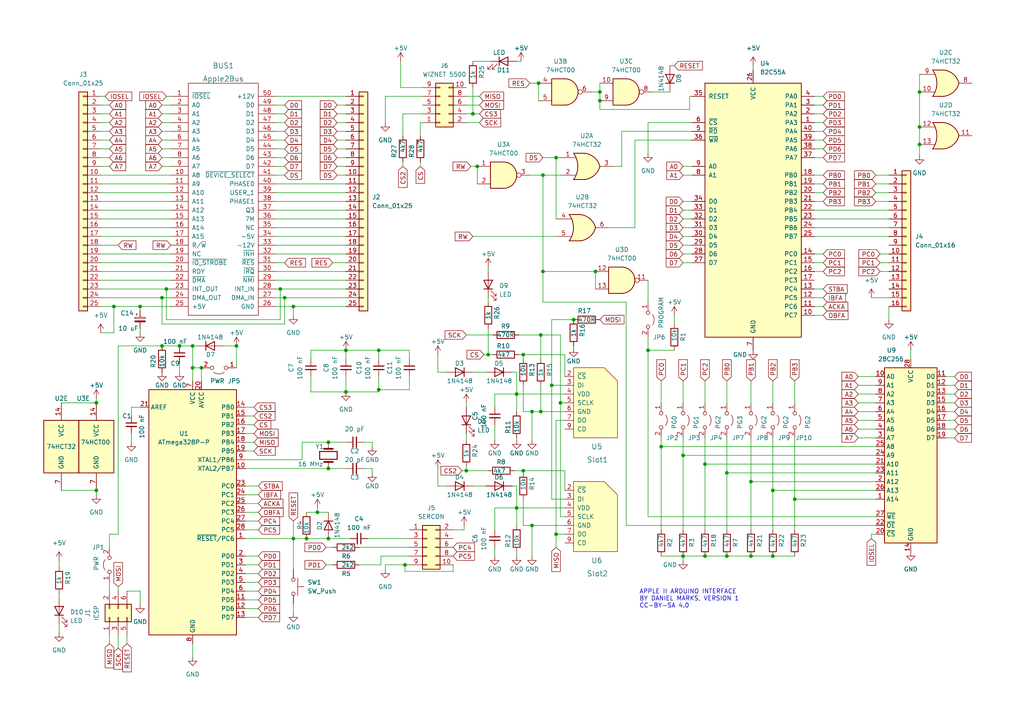
<source format=kicad_sch>
(kicad_sch (version 20211123) (generator eeschema)
  (paper "A4")
  (junction (at 82.55 86.36))
  (junction (at 230.505 144.78))
  (junction (at 81.28 83.82))
  (junction (at 27.94 142.24))
  (junction (at 204.47 134.62))
  (junction (at 173.99 26.67))
  (junction (at 58.42 106.68))
  (junction (at 224.155 142.24))
  (junction (at 52.07 100.33))
  (junction (at 187.96 101.6))
  (junction (at 46.99 100.33))
  (junction (at 166.37 92.71))
  (junction (at 138.43 48.26))
  (junction (at 217.805 139.7))
  (junction (at 149.86 147.32))
  (junction (at 109.855 113.03))
  (junction (at 100.33 101.6))
  (junction (at 160.02 111.76))
  (junction (at 191.77 129.54))
  (junction (at 210.82 137.16))
  (junction (at 46.99 86.36))
  (junction (at 141.605 102.87))
  (junction (at 55.88 100.33))
  (junction (at 117.475 163.83))
  (junction (at 55.88 106.68))
  (junction (at 48.26 83.82))
  (junction (at 161.29 45.72))
  (junction (at 224.155 161.29))
  (junction (at 266.7 41.91))
  (junction (at 266.7 36.83))
  (junction (at 210.82 161.29))
  (junction (at 137.16 33.02))
  (junction (at 95.25 128.27))
  (junction (at 151.765 136.525))
  (junction (at 204.47 161.29))
  (junction (at 198.12 132.08))
  (junction (at 85.09 88.9))
  (junction (at 198.12 161.29))
  (junction (at 156.845 119.38))
  (junction (at 162.56 116.84))
  (junction (at 173.99 29.21))
  (junction (at 154.305 119.38))
  (junction (at 156.845 97.155))
  (junction (at 161.29 154.94))
  (junction (at 157.48 78.74))
  (junction (at 88.9 156.21))
  (junction (at 149.86 114.3))
  (junction (at 217.805 161.29))
  (junction (at 151.765 102.87))
  (junction (at 154.305 152.4))
  (junction (at 33.02 88.9))
  (junction (at 100.33 113.665))
  (junction (at 85.09 156.21))
  (junction (at 109.855 101.6))
  (junction (at 135.255 136.525))
  (junction (at 68.58 100.33))
  (junction (at 172.72 78.74))
  (junction (at 40.64 88.9))
  (junction (at 157.48 50.8))
  (junction (at 27.94 116.84))
  (junction (at 95.25 135.89))
  (junction (at 156.21 24.13))
  (junction (at 92.075 148.59))
  (junction (at 266.7 26.67))
  (junction (at 95.25 156.21))
  (wire (pts (xy 198.12 68.58) (xy 200.66 68.58)))
  (wire (pts (xy 88.9 148.59) (xy 92.075 148.59)))
  (wire (pts (xy 131.445 165.735) (xy 117.475 165.735)))
  (wire (pts (xy 137.16 140.97) (xy 140.97 140.97)))
  (wire (pts (xy 154.305 119.38) (xy 156.845 119.38)))
  (wire (pts (xy 34.29 100.33) (xy 46.99 100.33)))
  (wire (pts (xy 156.845 97.155) (xy 150.495 97.155)))
  (wire (pts (xy 141.605 102.87) (xy 142.875 102.87)))
  (wire (pts (xy 154.305 119.38) (xy 154.305 127.635)))
  (wire (pts (xy 29.21 58.42) (xy 49.53 58.42)))
  (wire (pts (xy 230.505 127) (xy 230.505 144.78)))
  (wire (pts (xy 149.86 17.78) (xy 151.13 17.78)))
  (wire (pts (xy 29.21 83.82) (xy 48.26 83.82)))
  (wire (pts (xy 97.79 40.64) (xy 100.33 40.64)))
  (wire (pts (xy 143.51 153.67) (xy 143.51 147.32)))
  (wire (pts (xy 236.22 58.42) (xy 238.76 58.42)))
  (wire (pts (xy 29.21 43.18) (xy 31.75 43.18)))
  (wire (pts (xy 274.32 111.76) (xy 276.86 111.76)))
  (wire (pts (xy 177.8 48.26) (xy 180.34 48.26)))
  (wire (pts (xy 230.505 144.78) (xy 230.505 153.67)))
  (wire (pts (xy 80.01 55.88) (xy 100.33 55.88)))
  (wire (pts (xy 107.95 128.27) (xy 105.41 128.27)))
  (wire (pts (xy 29.21 35.56) (xy 31.75 35.56)))
  (wire (pts (xy 200.025 31.75) (xy 200.025 27.94)))
  (wire (pts (xy 80.01 78.74) (xy 100.33 78.74)))
  (wire (pts (xy 97.79 48.26) (xy 100.33 48.26)))
  (wire (pts (xy 135.255 135.255) (xy 135.255 136.525)))
  (wire (pts (xy 162.56 97.155) (xy 162.56 116.84)))
  (wire (pts (xy 31.75 168.91) (xy 31.75 171.45)))
  (wire (pts (xy 163.83 102.87) (xy 163.83 109.22)))
  (wire (pts (xy 29.21 45.72) (xy 31.75 45.72)))
  (wire (pts (xy 180.34 48.26) (xy 180.34 38.1)))
  (wire (pts (xy 187.96 35.56) (xy 200.66 35.56)))
  (wire (pts (xy 29.21 48.26) (xy 31.75 48.26)))
  (wire (pts (xy 29.21 38.1) (xy 31.75 38.1)))
  (wire (pts (xy 137.16 107.95) (xy 140.97 107.95)))
  (wire (pts (xy 248.92 127) (xy 254 127)))
  (wire (pts (xy 71.12 148.59) (xy 74.93 148.59)))
  (wire (pts (xy 118.745 104.14) (xy 118.745 101.6)))
  (wire (pts (xy 111.76 165.1) (xy 111.76 163.83)))
  (wire (pts (xy 29.21 68.58) (xy 49.53 68.58)))
  (wire (pts (xy 127 102.87) (xy 127 107.95)))
  (wire (pts (xy 236.22 43.18) (xy 238.76 43.18)))
  (wire (pts (xy 236.22 91.44) (xy 238.76 91.44)))
  (wire (pts (xy 248.92 119.38) (xy 254 119.38)))
  (wire (pts (xy 156.845 111.76) (xy 156.845 119.38)))
  (wire (pts (xy 217.805 161.29) (xy 224.155 161.29)))
  (wire (pts (xy 157.48 50.8) (xy 162.56 50.8)))
  (wire (pts (xy 46.99 48.26) (xy 49.53 48.26)))
  (wire (pts (xy 236.22 33.02) (xy 238.76 33.02)))
  (wire (pts (xy 236.22 40.64) (xy 238.76 40.64)))
  (wire (pts (xy 204.47 127) (xy 204.47 134.62)))
  (wire (pts (xy 95.25 156.21) (xy 101.6 156.21)))
  (wire (pts (xy 107.95 129.54) (xy 107.95 128.27)))
  (wire (pts (xy 210.82 161.29) (xy 217.805 161.29)))
  (wire (pts (xy 85.09 156.21) (xy 85.09 165.1)))
  (wire (pts (xy 148.59 140.97) (xy 149.86 140.97)))
  (wire (pts (xy 137.16 25.4) (xy 137.16 33.02)))
  (wire (pts (xy 85.09 175.26) (xy 85.09 177.8)))
  (wire (pts (xy 149.86 114.3) (xy 163.83 114.3)))
  (wire (pts (xy 29.21 63.5) (xy 49.53 63.5)))
  (wire (pts (xy 46.99 40.64) (xy 49.53 40.64)))
  (wire (pts (xy 224.155 127) (xy 224.155 142.24)))
  (wire (pts (xy 150.495 102.87) (xy 151.765 102.87)))
  (wire (pts (xy 100.33 101.6) (xy 109.855 101.6)))
  (wire (pts (xy 96.52 76.2) (xy 100.33 76.2)))
  (wire (pts (xy 40.64 171.45) (xy 36.83 171.45)))
  (wire (pts (xy 71.12 133.35) (xy 87.63 133.35)))
  (wire (pts (xy 236.22 63.5) (xy 257.81 63.5)))
  (wire (pts (xy 274.32 114.3) (xy 276.86 114.3)))
  (wire (pts (xy 236.22 76.2) (xy 238.76 76.2)))
  (wire (pts (xy 92.075 148.59) (xy 95.25 148.59)))
  (wire (pts (xy 274.32 127) (xy 276.86 127)))
  (wire (pts (xy 34.29 154.94) (xy 34.29 100.33)))
  (wire (pts (xy 187.96 149.86) (xy 254 149.86)))
  (wire (pts (xy 46.99 35.56) (xy 49.53 35.56)))
  (wire (pts (xy 97.79 30.48) (xy 100.33 30.48)))
  (wire (pts (xy 109.855 113.03) (xy 109.855 113.665)))
  (wire (pts (xy 46.99 45.72) (xy 49.53 45.72)))
  (wire (pts (xy 80.01 73.66) (xy 100.33 73.66)))
  (wire (pts (xy 254 132.08) (xy 198.12 132.08)))
  (wire (pts (xy 153.67 24.13) (xy 156.21 24.13)))
  (wire (pts (xy 171.45 26.67) (xy 173.99 26.67)))
  (wire (pts (xy 48.26 92.71) (xy 81.28 92.71)))
  (wire (pts (xy 217.805 139.7) (xy 254 139.7)))
  (wire (pts (xy 255.27 73.66) (xy 257.81 73.66)))
  (wire (pts (xy 137.16 33.02) (xy 139.065 33.02)))
  (wire (pts (xy 80.01 63.5) (xy 100.33 63.5)))
  (wire (pts (xy 149.86 127) (xy 149.86 127.635)))
  (wire (pts (xy 236.22 27.94) (xy 238.76 27.94)))
  (wire (pts (xy 106.68 156.21) (xy 118.745 156.21)))
  (wire (pts (xy 29.21 76.2) (xy 49.53 76.2)))
  (wire (pts (xy 160.02 92.71) (xy 166.37 92.71)))
  (wire (pts (xy 104.14 163.83) (xy 110.49 163.83)))
  (wire (pts (xy 151.765 144.78) (xy 151.765 152.4)))
  (wire (pts (xy 137.16 17.78) (xy 142.24 17.78)))
  (wire (pts (xy 71.12 125.73) (xy 73.66 125.73)))
  (wire (pts (xy 151.765 136.525) (xy 163.83 136.525)))
  (wire (pts (xy 135.255 33.02) (xy 137.16 33.02)))
  (wire (pts (xy 156.845 119.38) (xy 163.83 119.38)))
  (wire (pts (xy 149.86 147.32) (xy 149.86 152.4)))
  (wire (pts (xy 198.12 132.08) (xy 198.12 153.67)))
  (wire (pts (xy 58.42 106.68) (xy 55.88 106.68)))
  (wire (pts (xy 85.09 88.9) (xy 85.09 91.44)))
  (wire (pts (xy 71.12 163.83) (xy 74.93 163.83)))
  (wire (pts (xy 148.59 107.95) (xy 149.86 107.95)))
  (wire (pts (xy 266.7 21.59) (xy 266.7 26.67)))
  (wire (pts (xy 71.12 151.13) (xy 74.93 151.13)))
  (wire (pts (xy 40.64 88.9) (xy 49.53 88.9)))
  (wire (pts (xy 80.01 71.12) (xy 100.33 71.12)))
  (wire (pts (xy 80.01 53.34) (xy 100.33 53.34)))
  (wire (pts (xy 131.445 163.83) (xy 131.445 165.735)))
  (wire (pts (xy 17.78 142.24) (xy 27.94 142.24)))
  (wire (pts (xy 236.22 35.56) (xy 238.76 35.56)))
  (wire (pts (xy 236.22 66.04) (xy 257.81 66.04)))
  (wire (pts (xy 116.205 25.4) (xy 122.555 25.4)))
  (wire (pts (xy 80.01 27.94) (xy 100.33 27.94)))
  (wire (pts (xy 135.255 116.84) (xy 135.255 118.11)))
  (wire (pts (xy 160.02 111.76) (xy 163.83 111.76)))
  (wire (pts (xy 116.84 33.02) (xy 122.555 33.02)))
  (wire (pts (xy 198.12 110.49) (xy 198.12 116.84)))
  (wire (pts (xy 151.765 119.38) (xy 154.305 119.38)))
  (wire (pts (xy 135.255 136.525) (xy 141.605 136.525)))
  (wire (pts (xy 257.81 88.9) (xy 257.81 92.71)))
  (wire (pts (xy 204.47 134.62) (xy 204.47 153.67)))
  (wire (pts (xy 17.145 172.085) (xy 17.145 173.355)))
  (wire (pts (xy 121.92 46.99) (xy 121.92 48.26)))
  (wire (pts (xy 248.92 111.76) (xy 254 111.76)))
  (wire (pts (xy 34.29 184.15) (xy 34.29 187.96)))
  (wire (pts (xy 17.145 162.56) (xy 17.145 164.465)))
  (wire (pts (xy 46.99 38.1) (xy 49.53 38.1)))
  (wire (pts (xy 173.99 24.13) (xy 173.99 26.67)))
  (wire (pts (xy 55.88 106.68) (xy 55.88 110.49)))
  (wire (pts (xy 111.76 163.83) (xy 117.475 163.83)))
  (wire (pts (xy 198.12 71.12) (xy 200.66 71.12)))
  (wire (pts (xy 71.12 128.27) (xy 73.66 128.27)))
  (wire (pts (xy 191.77 110.49) (xy 191.77 116.84)))
  (wire (pts (xy 17.78 116.84) (xy 27.94 116.84)))
  (wire (pts (xy 111.76 27.94) (xy 122.555 27.94)))
  (wire (pts (xy 198.12 73.66) (xy 200.66 73.66)))
  (wire (pts (xy 27.94 142.24) (xy 27.94 143.51)))
  (wire (pts (xy 156.21 24.13) (xy 156.21 29.21)))
  (wire (pts (xy 173.99 31.75) (xy 200.025 31.75)))
  (wire (pts (xy 181.61 87.63) (xy 181.61 152.4)))
  (wire (pts (xy 236.22 86.36) (xy 238.76 86.36)))
  (wire (pts (xy 127 107.95) (xy 129.54 107.95)))
  (wire (pts (xy 34.29 170.18) (xy 34.29 171.45)))
  (wire (pts (xy 80.01 38.1) (xy 82.55 38.1)))
  (wire (pts (xy 151.765 136.525) (xy 151.765 137.16)))
  (wire (pts (xy 224.155 161.29) (xy 230.505 161.29)))
  (wire (pts (xy 71.12 146.05) (xy 74.93 146.05)))
  (wire (pts (xy 198.12 60.96) (xy 200.66 60.96)))
  (wire (pts (xy 94.615 158.75) (xy 96.52 158.75)))
  (wire (pts (xy 46.99 30.48) (xy 49.53 30.48)))
  (wire (pts (xy 254 50.8) (xy 257.81 50.8)))
  (wire (pts (xy 29.21 86.36) (xy 46.99 86.36)))
  (wire (pts (xy 236.22 50.8) (xy 238.76 50.8)))
  (wire (pts (xy 236.22 53.34) (xy 238.76 53.34)))
  (wire (pts (xy 153.67 50.8) (xy 157.48 50.8)))
  (wire (pts (xy 29.21 50.8) (xy 49.53 50.8)))
  (wire (pts (xy 161.29 45.72) (xy 161.29 63.5)))
  (wire (pts (xy 161.29 121.92) (xy 161.29 154.94)))
  (wire (pts (xy 97.79 35.56) (xy 100.33 35.56)))
  (wire (pts (xy 189.23 26.67) (xy 194.31 26.67)))
  (wire (pts (xy 217.805 139.7) (xy 217.805 153.67)))
  (wire (pts (xy 187.96 97.79) (xy 187.96 101.6)))
  (wire (pts (xy 140.335 102.87) (xy 141.605 102.87)))
  (wire (pts (xy 198.12 63.5) (xy 200.66 63.5)))
  (wire (pts (xy 143.51 158.75) (xy 143.51 161.29)))
  (wire (pts (xy 162.56 116.84) (xy 162.56 149.86)))
  (wire (pts (xy 100.33 101.6) (xy 100.33 104.14)))
  (wire (pts (xy 80.01 35.56) (xy 82.55 35.56)))
  (wire (pts (xy 160.02 144.78) (xy 163.83 144.78)))
  (wire (pts (xy 29.21 78.74) (xy 49.53 78.74)))
  (wire (pts (xy 17.145 180.975) (xy 17.145 183.515)))
  (wire (pts (xy 71.12 179.07) (xy 74.93 179.07)))
  (wire (pts (xy 29.21 27.94) (xy 30.48 27.94)))
  (wire (pts (xy 117.475 165.735) (xy 117.475 163.83)))
  (wire (pts (xy 38.1 118.11) (xy 40.64 118.11)))
  (wire (pts (xy 160.02 111.76) (xy 160.02 92.71)))
  (wire (pts (xy 111.76 35.56) (xy 111.76 27.94)))
  (wire (pts (xy 141.605 86.36) (xy 141.605 87.63)))
  (wire (pts (xy 137.16 68.58) (xy 161.29 68.58)))
  (wire (pts (xy 46.99 93.98) (xy 82.55 93.98)))
  (wire (pts (xy 116.205 17.78) (xy 116.205 25.4)))
  (wire (pts (xy 48.26 27.94) (xy 49.53 27.94)))
  (wire (pts (xy 161.29 45.72) (xy 162.56 45.72)))
  (wire (pts (xy 80.01 50.8) (xy 82.55 50.8)))
  (wire (pts (xy 118.745 109.22) (xy 118.745 113.03)))
  (wire (pts (xy 85.09 156.21) (xy 88.9 156.21)))
  (wire (pts (xy 29.21 53.34) (xy 49.53 53.34)))
  (wire (pts (xy 29.21 33.02) (xy 31.75 33.02)))
  (wire (pts (xy 156.845 97.155) (xy 162.56 97.155)))
  (wire (pts (xy 87.63 128.27) (xy 95.25 128.27)))
  (wire (pts (xy 55.88 100.33) (xy 57.15 100.33)))
  (wire (pts (xy 116.84 46.99) (xy 116.84 48.26)))
  (wire (pts (xy 80.01 60.96) (xy 100.33 60.96)))
  (wire (pts (xy 40.64 88.9) (xy 40.64 90.17)))
  (wire (pts (xy 134.62 153.67) (xy 131.445 153.67)))
  (wire (pts (xy 68.58 100.33) (xy 68.58 106.68)))
  (wire (pts (xy 157.48 78.74) (xy 172.72 78.74)))
  (wire (pts (xy 198.12 161.29) (xy 198.12 162.56)))
  (wire (pts (xy 71.12 135.89) (xy 95.25 135.89)))
  (wire (pts (xy 100.33 113.665) (xy 109.855 113.665)))
  (wire (pts (xy 90.17 101.6) (xy 90.17 104.14)))
  (wire (pts (xy 198.12 66.04) (xy 200.66 66.04)))
  (wire (pts (xy 274.32 109.22) (xy 276.86 109.22)))
  (wire (pts (xy 80.01 88.9) (xy 85.09 88.9)))
  (wire (pts (xy 97.79 45.72) (xy 100.33 45.72)))
  (wire (pts (xy 85.09 151.13) (xy 85.09 156.21)))
  (wire (pts (xy 252.73 156.21) (xy 252.73 154.94)))
  (wire (pts (xy 264.16 101.6) (xy 264.16 104.14)))
  (wire (pts (xy 162.56 149.86) (xy 163.83 149.86)))
  (wire (pts (xy 255.27 78.74) (xy 257.81 78.74)))
  (wire (pts (xy 29.21 55.88) (xy 49.53 55.88)))
  (wire (pts (xy 163.83 142.24) (xy 163.83 136.525)))
  (wire (pts (xy 266.7 26.67) (xy 266.7 36.83)))
  (wire (pts (xy 81.28 92.71) (xy 81.28 83.82)))
  (wire (pts (xy 151.765 111.76) (xy 151.765 119.38)))
  (wire (pts (xy 149.86 140.97) (xy 149.86 147.32)))
  (wire (pts (xy 217.805 110.49) (xy 217.805 116.84)))
  (wire (pts (xy 64.77 100.33) (xy 68.58 100.33)))
  (wire (pts (xy 149.86 160.02) (xy 149.86 161.29)))
  (wire (pts (xy 191.77 129.54) (xy 191.77 127)))
  (wire (pts (xy 71.12 173.99) (xy 74.93 173.99)))
  (wire (pts (xy 80.01 86.36) (xy 82.55 86.36)))
  (wire (pts (xy 135.255 125.73) (xy 135.255 127.635)))
  (wire (pts (xy 157.48 78.74) (xy 157.48 87.63)))
  (wire (pts (xy 224.155 142.24) (xy 224.155 153.67)))
  (wire (pts (xy 161.29 158.75) (xy 161.29 154.94)))
  (wire (pts (xy 274.32 119.38) (xy 276.86 119.38)))
  (wire (pts (xy 58.42 110.49) (xy 58.42 106.68)))
  (wire (pts (xy 173.99 26.67) (xy 173.99 29.21)))
  (wire (pts (xy 38.1 120.65) (xy 38.1 118.11)))
  (wire (pts (xy 88.9 156.21) (xy 95.25 156.21)))
  (wire (pts (xy 90.17 113.665) (xy 100.33 113.665)))
  (wire (pts (xy 254 55.88) (xy 257.81 55.88)))
  (wire (pts (xy 82.55 86.36) (xy 100.33 86.36)))
  (wire (pts (xy 136.525 48.26) (xy 138.43 48.26)))
  (wire (pts (xy 40.64 95.25) (xy 40.64 96.52)))
  (wire (pts (xy 71.12 171.45) (xy 74.93 171.45)))
  (wire (pts (xy 254 53.34) (xy 257.81 53.34)))
  (wire (pts (xy 127 135.89) (xy 127 140.97)))
  (wire (pts (xy 80.01 66.04) (xy 100.33 66.04)))
  (wire (pts (xy 149.86 119.38) (xy 149.86 114.3)))
  (wire (pts (xy 80.01 33.02) (xy 82.55 33.02)))
  (wire (pts (xy 248.92 121.92) (xy 254 121.92)))
  (wire (pts (xy 109.855 109.22) (xy 109.855 113.03)))
  (wire (pts (xy 80.01 45.72) (xy 82.55 45.72)))
  (wire (pts (xy 157.48 50.8) (xy 157.48 78.74)))
  (wire (pts (xy 80.01 43.18) (xy 82.55 43.18)))
  (wire (pts (xy 151.765 152.4) (xy 154.305 152.4)))
  (wire (pts (xy 236.22 83.82) (xy 238.76 83.82)))
  (wire (pts (xy 92.075 147.32) (xy 92.075 148.59)))
  (wire (pts (xy 191.77 129.54) (xy 191.77 153.67)))
  (wire (pts (xy 80.01 58.42) (xy 100.33 58.42)))
  (wire (pts (xy 230.505 110.49) (xy 230.505 116.84)))
  (wire (pts (xy 80.01 81.28) (xy 100.33 81.28)))
  (wire (pts (xy 127 140.97) (xy 129.54 140.97)))
  (wire (pts (xy 46.99 86.36) (xy 49.53 86.36)))
  (wire (pts (xy 29.21 71.12) (xy 34.29 71.12)))
  (wire (pts (xy 166.37 100.33) (xy 166.37 100.965)))
  (wire (pts (xy 55.88 100.33) (xy 55.88 106.68)))
  (wire (pts (xy 191.77 129.54) (xy 254 129.54)))
  (wire (pts (xy 187.96 101.6) (xy 187.96 149.86)))
  (wire (pts (xy 161.29 154.94) (xy 163.83 154.94)))
  (wire (pts (xy 100.33 109.22) (xy 100.33 113.665)))
  (wire (pts (xy 157.48 87.63) (xy 181.61 87.63)))
  (wire (pts (xy 87.63 133.35) (xy 87.63 128.27)))
  (wire (pts (xy 204.47 110.49) (xy 204.47 116.84)))
  (wire (pts (xy 210.82 137.16) (xy 210.82 153.67)))
  (wire (pts (xy 236.22 73.66) (xy 238.76 73.66)))
  (wire (pts (xy 160.02 144.78) (xy 160.02 111.76)))
  (wire (pts (xy 217.805 127) (xy 217.805 139.7)))
  (wire (pts (xy 52.07 105.41) (xy 52.07 107.95)))
  (wire (pts (xy 210.82 137.16) (xy 254 137.16)))
  (wire (pts (xy 266.7 41.91) (xy 266.7 45.085)))
  (wire (pts (xy 200.025 27.94) (xy 200.66 27.94)))
  (wire (pts (xy 194.31 19.05) (xy 195.58 19.05)))
  (wire (pts (xy 80.01 83.82) (xy 81.28 83.82)))
  (wire (pts (xy 46.99 100.33) (xy 52.07 100.33)))
  (wire (pts (xy 254 58.42) (xy 257.81 58.42)))
  (wire (pts (xy 161.29 121.92) (xy 163.83 121.92)))
  (wire (pts (xy 80.01 76.2) (xy 82.55 76.2)))
  (wire (pts (xy 143.51 118.11) (xy 143.51 114.3)))
  (wire (pts (xy 85.09 88.9) (xy 100.33 88.9)))
  (wire (pts (xy 138.43 48.26) (xy 138.43 53.34)))
  (wire (pts (xy 230.505 144.78) (xy 254 144.78)))
  (wire (pts (xy 109.855 101.6) (xy 109.855 104.14)))
  (wire (pts (xy 143.51 114.3) (xy 149.86 114.3)))
  (wire (pts (xy 151.765 102.87) (xy 151.765 104.14)))
  (wire (pts (xy 109.855 101.6) (xy 118.745 101.6)))
  (wire (pts (xy 236.22 38.1) (xy 238.76 38.1)))
  (wire (pts (xy 97.79 50.8) (xy 100.33 50.8)))
  (wire (pts (xy 97.79 38.1) (xy 100.33 38.1)))
  (wire (pts (xy 80.01 48.26) (xy 82.55 48.26)))
  (wire (pts (xy 184.15 66.04) (xy 184.15 40.64)))
  (wire (pts (xy 135.255 35.56) (xy 139.065 35.56)))
  (wire (pts (xy 252.73 86.36) (xy 257.81 86.36)))
  (wire (pts (xy 71.12 176.53) (xy 74.93 176.53)))
  (wire (pts (xy 81.28 83.82) (xy 100.33 83.82)))
  (wire (pts (xy 236.22 30.48) (xy 238.76 30.48)))
  (wire (pts (xy 71.12 161.29) (xy 74.93 161.29)))
  (wire (pts (xy 94.615 163.83) (xy 96.52 163.83)))
  (wire (pts (xy 274.32 116.84) (xy 276.86 116.84)))
  (wire (pts (xy 198.12 50.8) (xy 200.66 50.8)))
  (wire (pts (xy 157.48 45.72) (xy 161.29 45.72)))
  (wire (pts (xy 187.96 44.45) (xy 187.96 35.56)))
  (wire (pts (xy 133.985 136.525) (xy 135.255 136.525)))
  (wire (pts (xy 121.92 35.56) (xy 122.555 35.56)))
  (wire (pts (xy 274.32 124.46) (xy 276.86 124.46)))
  (wire (pts (xy 80.01 30.48) (xy 82.55 30.48)))
  (wire (pts (xy 71.12 118.11) (xy 73.66 118.11)))
  (wire (pts (xy 135.255 27.94) (xy 139.065 27.94)))
  (wire (pts (xy 156.845 104.14) (xy 156.845 97.155)))
  (wire (pts (xy 110.49 161.29) (xy 118.745 161.29)))
  (wire (pts (xy 236.22 68.58) (xy 257.81 68.58)))
  (wire (pts (xy 180.34 38.1) (xy 200.66 38.1)))
  (wire (pts (xy 248.92 116.84) (xy 254 116.84)))
  (wire (pts (xy 172.72 78.74) (xy 172.72 83.82)))
  (wire (pts (xy 110.49 163.83) (xy 110.49 161.29)))
  (wire (pts (xy 95.25 128.27) (xy 100.33 128.27)))
  (wire (pts (xy 236.22 55.88) (xy 238.76 55.88)))
  (wire (pts (xy 71.12 143.51) (xy 74.93 143.51)))
  (wire (pts (xy 198.12 127) (xy 198.12 132.08)))
  (wire (pts (xy 71.12 140.97) (xy 74.93 140.97)))
  (wire (pts (xy 198.12 76.2) (xy 200.66 76.2)))
  (wire (pts (xy 33.02 88.9) (xy 33.02 96.52)))
  (wire (pts (xy 29.21 66.04) (xy 49.53 66.04)))
  (wire (pts (xy 248.92 114.3) (xy 254 114.3)))
  (wire (pts (xy 116.84 39.37) (xy 116.84 33.02)))
  (wire (pts (xy 224.155 142.24) (xy 254 142.24)))
  (wire (pts (xy 135.255 30.48) (xy 139.065 30.48)))
  (wire (pts (xy 154.305 152.4) (xy 163.83 152.4)))
  (wire (pts (xy 27.94 115.57) (xy 27.94 116.84)))
  (wire (pts (xy 198.12 161.29) (xy 204.47 161.29)))
  (wire (pts (xy 33.02 88.9) (xy 40.64 88.9)))
  (wire (pts (xy 95.25 135.89) (xy 100.33 135.89)))
  (wire (pts (xy 46.99 33.02) (xy 49.53 33.02)))
  (wire (pts (xy 71.12 153.67) (xy 74.93 153.67)))
  (wire (pts (xy 40.64 175.26) (xy 40.64 171.45)))
  (wire (pts (xy 71.12 168.91) (xy 74.93 168.91)))
  (wire (pts (xy 107.95 135.89) (xy 105.41 135.89)))
  (wire (pts (xy 31.75 184.15) (xy 31.75 186.69)))
  (wire (pts (xy 248.92 109.22) (xy 254 109.22)))
  (wire (pts (xy 187.96 101.6) (xy 195.58 101.6)))
  (wire (pts (xy 71.12 123.19) (xy 73.66 123.19)))
  (wire (pts (xy 71.12 120.65) (xy 73.66 120.65)))
  (wire (pts (xy 52.07 100.33) (xy 55.88 100.33)))
  (wire (pts (xy 100.33 101.6) (xy 90.17 101.6)))
  (wire (pts (xy 210.82 127) (xy 210.82 137.16)))
  (wire (pts (xy 141.605 95.25) (xy 141.605 102.87)))
  (wire (pts (xy 149.86 114.3) (xy 149.86 107.95)))
  (wire (pts (xy 121.92 39.37) (xy 121.92 35.56)))
  (wire (pts (xy 117.475 163.83) (xy 118.745 163.83)))
  (wire (pts (xy 107.95 135.89) (xy 107.95 137.16)))
  (wire (pts (xy 181.61 152.4) (xy 254 152.4)))
  (wire (pts (xy 195.58 91.44) (xy 195.58 93.98)))
  (wire (pts (xy 80.01 68.58) (xy 100.33 68.58)))
  (wire (pts (xy 36.83 184.15) (xy 36.83 186.69)))
  (wire (pts (xy 236.22 60.96) (xy 257.81 60.96)))
  (wire (pts (xy 55.88 186.69) (xy 55.88 190.5)))
  (wire (pts (xy 71.12 130.81) (xy 73.66 130.81)))
  (wire (pts (xy 252.73 154.94) (xy 254 154.94)))
  (wire (pts (xy 135.255 97.155) (xy 142.875 97.155)))
  (wire (pts (xy 48.26 83.82) (xy 48.26 92.71)))
  (wire (pts (xy 29.21 60.96) (xy 49.53 60.96)))
  (wire (pts (xy 266.7 36.83) (xy 266.7 41.91)))
  (wire (pts (xy 143.51 123.19) (xy 143.51 127.635)))
  (wire (pts (xy 184.15 40.64) (xy 200.66 40.64)))
  (wire (pts (xy 176.53 66.04) (xy 184.15 66.04)))
  (wire (pts (xy 236.22 78.74) (xy 238.76 78.74)))
  (wire (pts (xy 204.47 134.62) (xy 254 134.62)))
  (wire (pts (xy 151.765 136.525) (xy 149.225 136.525)))
  (wire (pts (xy 46.99 86.36) (xy 46.99 93.98)))
  (wire (pts (xy 204.47 161.29) (xy 210.82 161.29)))
  (wire (pts (xy 33.02 96.52) (xy 29.21 96.52)))
  (wire (pts (xy 149.86 147.32) (xy 163.83 147.32)))
  (wire (pts (xy 90.17 109.22) (xy 90.17 113.665)))
  (wire (pts (xy 29.21 81.28) (xy 49.53 81.28)))
  (wire (pts (xy 46.99 43.18) (xy 49.53 43.18)))
  (wire (pts (xy 29.21 30.48) (xy 31.75 30.48)))
  (wire (pts (xy 198.12 48.26) (xy 200.66 48.26)))
  (wire (pts (xy 48.26 83.82) (xy 49.53 83.82)))
  (wire (pts (xy 29.21 40.64) (xy 31.75 40.64)))
  (wire (pts (xy 141.605 77.47) (xy 141.605 78.74)))
  (wire (pts (xy 38.1 125.73) (xy 38.1 128.27)))
  (wire (pts (xy 236.22 88.9) (xy 238.76 88.9)))
  (wire (pts (xy 97.79 33.02) (xy 100.33 33.02)))
  (wire (pts (xy 118.745 113.03) (xy 109.855 113.03)))
  (wire (pts (xy 71.12 156.21) (xy 85.09 156.21)))
  (wire (pts (xy 151.765 102.87) (xy 163.83 102.87)))
  (wire (pts (xy 236.22 45.72) (xy 238.76 45.72)))
  (wire (pts (xy 29.21 88.9) (xy 33.02 88.9)))
  (wire (pts (xy 218.44 19.05) (xy 218.44 20.32)))
  (wire (pts (xy 143.51 147.32) (xy 149.86 147.32)))
  (wire (pts (xy 71.12 166.37) (xy 74.93 166.37)))
  (wire (pts (xy 154.305 152.4) (xy 154.305 161.29)))
  (wire (pts (xy 198.12 58.42) (xy 200.66 58.42)))
  (wire (pts (xy 224.155 110.49) (xy 224.155 116.84)))
  (wire (pts (xy 80.01 40.64) (xy 82.55 40.64)))
  (wire (pts (xy 31.75 154.94) (xy 31.75 158.75)))
  (wire (pts (xy 97.79 43.18) (xy 100.33 43.18)))
  (wire (pts (xy 29.21 73.66) (xy 49.53 73.66)))
  (wire (pts (xy 134.62 152.4) (xy 134.62 153.67)))
  (wire (pts (xy 210.82 110.49) (xy 210.82 116.84)))
  (wire (pts (xy 187.96 81.28) (xy 187.96 87.63)))
  (wire (pts (xy 173.99 29.21) (xy 173.99 31.75)))
  (wire (pts (xy 255.27 76.2) (xy 257.81 76.2)))
  (wire (pts (xy 31.75 154.94) (xy 34.29 154.94)))
  (wire (pts (xy 274.32 121.92) (xy 276.86 121.92)))
  (wire (pts (xy 104.14 158.75) (xy 118.745 158.75)))
  (wire (pts (xy 248.92 124.46) (xy 254 124.46)))
  (wire (pts (xy 82.55 93.98) (xy 82.55 86.36)))
  (wire (pts (xy 191.77 161.29) (xy 198.12 161.29)))
  (wire (pts (xy 162.56 116.84) (xy 163.83 116.84)))
  (text "APPLE II ARDUINO INTERFACE\nBY DANIEL MARKS, VERSION 1\nCC-BY-SA 4.0\n" (at 185.42 176.53 0) (effects (font (size 1.27 1.27)) (justify left bottom)))
  (global_label "SCK" (shape input) (at 139.065 35.56 0) (property "Intersheet References" "${INTERSHEET_REFS}" (effects hide)))
  (global_label "D1" (shape input) (at 97.79 33.02 180) (property "Intersheet References" "${INTERSHEET_REFS}" (effects hide)))
  (global_label "D5" (shape input) (at 276.86 121.92 0) (property "Intersheet References" "${INTERSHEET_REFS}" (effects hide)))
  (global_label "A3" (shape input) (at 31.75 38.1 0) (property "Intersheet References" "${INTERSHEET_REFS}" (effects hide)))
  (global_label "MOSI" (shape input) (at 139.065 30.48 0) (property "Intersheet References" "${INTERSHEET_REFS}" (effects hide)))
  (global_label "IOSEL" (shape input) (at 252.73 156.21 270) (property "Intersheet References" "${INTERSHEET_REFS}" (effects hide)))
  (global_label "RESET" (shape input) (at 36.83 186.69 270) (property "Intersheet References" "${INTERSHEET_REFS}" (effects hide)))
  (global_label "DS" (shape input) (at 97.79 50.8 180) (property "Intersheet References" "${INTERSHEET_REFS}" (effects hide)))
  (global_label "A3" (shape input) (at 46.99 38.1 180) (property "Intersheet References" "${INTERSHEET_REFS}" (effects hide)))
  (global_label "ACKA" (shape input) (at 238.76 88.9 0) (property "Intersheet References" "${INTERSHEET_REFS}" (effects hide)))
  (global_label "MISO" (shape input) (at 161.29 158.75 270) (property "Intersheet References" "${INTERSHEET_REFS}" (effects hide)))
  (global_label "PD7" (shape input) (at 74.93 179.07 0) (property "Intersheet References" "${INTERSHEET_REFS}" (effects hide)))
  (global_label "PD2" (shape input) (at 238.76 33.02 0) (property "Intersheet References" "${INTERSHEET_REFS}" (effects hide)))
  (global_label "D0" (shape input) (at 82.55 30.48 0) (property "Intersheet References" "${INTERSHEET_REFS}" (effects hide)))
  (global_label "PD2" (shape input) (at 74.93 166.37 0) (property "Intersheet References" "${INTERSHEET_REFS}" (effects hide)))
  (global_label "CS2" (shape input) (at 133.985 136.525 180) (property "Intersheet References" "${INTERSHEET_REFS}" (effects hide)))
  (global_label "PC1" (shape input) (at 198.12 110.49 90) (property "Intersheet References" "${INTERSHEET_REFS}" (effects hide)))
  (global_label "DS" (shape input) (at 82.55 50.8 0) (property "Intersheet References" "${INTERSHEET_REFS}" (effects hide)))
  (global_label "A4" (shape input) (at 46.99 40.64 180) (property "Intersheet References" "${INTERSHEET_REFS}" (effects hide)))
  (global_label "PB1" (shape input) (at 217.805 110.49 90) (property "Intersheet References" "${INTERSHEET_REFS}" (effects hide)))
  (global_label "PD0" (shape input) (at 94.615 158.75 180) (property "Intersheet References" "${INTERSHEET_REFS}" (effects hide)))
  (global_label "D5" (shape input) (at 82.55 43.18 0) (property "Intersheet References" "${INTERSHEET_REFS}" (effects hide)))
  (global_label "PB2" (shape input) (at 238.76 55.88 0) (property "Intersheet References" "${INTERSHEET_REFS}" (effects hide)))
  (global_label "RES" (shape input) (at 153.67 24.13 180) (property "Intersheet References" "${INTERSHEET_REFS}" (effects hide)))
  (global_label "DS" (shape input) (at 157.48 45.72 180) (property "Intersheet References" "${INTERSHEET_REFS}" (effects hide)))
  (global_label "D5" (shape input) (at 198.12 71.12 180) (property "Intersheet References" "${INTERSHEET_REFS}" (effects hide)))
  (global_label "PC0" (shape input) (at 255.27 73.66 180) (property "Intersheet References" "${INTERSHEET_REFS}" (effects hide)))
  (global_label "D4" (shape input) (at 82.55 40.64 0) (property "Intersheet References" "${INTERSHEET_REFS}" (effects hide)))
  (global_label "PB2" (shape input) (at 254 55.88 180) (property "Intersheet References" "${INTERSHEET_REFS}" (effects hide)))
  (global_label "MISO" (shape input) (at 31.75 186.69 270) (property "Intersheet References" "${INTERSHEET_REFS}" (effects hide)))
  (global_label "D1" (shape input) (at 198.12 60.96 180) (property "Intersheet References" "${INTERSHEET_REFS}" (effects hide)))
  (global_label "D3" (shape input) (at 82.55 38.1 0) (property "Intersheet References" "${INTERSHEET_REFS}" (effects hide)))
  (global_label "PC2" (shape input) (at 255.27 78.74 180) (property "Intersheet References" "${INTERSHEET_REFS}" (effects hide)))
  (global_label "PB3" (shape input) (at 230.505 110.49 90) (property "Intersheet References" "${INTERSHEET_REFS}" (effects hide)))
  (global_label "RES" (shape input) (at 82.55 76.2 0) (property "Intersheet References" "${INTERSHEET_REFS}" (effects hide)))
  (global_label "D4" (shape input) (at 97.79 40.64 180) (property "Intersheet References" "${INTERSHEET_REFS}" (effects hide)))
  (global_label "PB0" (shape input) (at 210.82 110.49 90) (property "Intersheet References" "${INTERSHEET_REFS}" (effects hide)))
  (global_label "A7" (shape input) (at 46.99 48.26 180) (property "Intersheet References" "${INTERSHEET_REFS}" (effects hide)))
  (global_label "D7" (shape input) (at 276.86 127 0) (property "Intersheet References" "${INTERSHEET_REFS}" (effects hide)))
  (global_label "PC4" (shape input) (at 131.445 158.75 0) (property "Intersheet References" "${INTERSHEET_REFS}" (effects hide)))
  (global_label "D7" (shape input) (at 198.12 76.2 180) (property "Intersheet References" "${INTERSHEET_REFS}" (effects hide)))
  (global_label "MOSI" (shape input) (at 73.66 125.73 0) (property "Intersheet References" "${INTERSHEET_REFS}" (effects hide)))
  (global_label "CS2" (shape input) (at 116.84 48.26 270) (property "Intersheet References" "${INTERSHEET_REFS}" (effects hide)))
  (global_label "MISO" (shape input) (at 73.66 128.27 0) (property "Intersheet References" "${INTERSHEET_REFS}" (effects hide)))
  (global_label "A5" (shape input) (at 46.99 43.18 180) (property "Intersheet References" "${INTERSHEET_REFS}" (effects hide)))
  (global_label "PB1" (shape input) (at 254 53.34 180) (property "Intersheet References" "${INTERSHEET_REFS}" (effects hide)))
  (global_label "PD3" (shape input) (at 238.76 35.56 0) (property "Intersheet References" "${INTERSHEET_REFS}" (effects hide)))
  (global_label "A0" (shape input) (at 248.92 109.22 180) (property "Intersheet References" "${INTERSHEET_REFS}" (effects hide)))
  (global_label "PB0" (shape input) (at 254 50.8 180) (property "Intersheet References" "${INTERSHEET_REFS}" (effects hide)))
  (global_label "D0" (shape input) (at 276.86 109.22 0) (property "Intersheet References" "${INTERSHEET_REFS}" (effects hide)))
  (global_label "D3" (shape input) (at 276.86 116.84 0) (property "Intersheet References" "${INTERSHEET_REFS}" (effects hide)))
  (global_label "ACKA" (shape input) (at 74.93 146.05 0) (property "Intersheet References" "${INTERSHEET_REFS}" (effects hide)))
  (global_label "OBFA" (shape input) (at 74.93 148.59 0) (property "Intersheet References" "${INTERSHEET_REFS}" (effects hide)))
  (global_label "PD1" (shape input) (at 94.615 163.83 180) (property "Intersheet References" "${INTERSHEET_REFS}" (effects hide)))
  (global_label "MOSI" (shape input) (at 173.99 92.71 0) (property "Intersheet References" "${INTERSHEET_REFS}" (effects hide)))
  (global_label "D2" (shape input) (at 198.12 63.5 180) (property "Intersheet References" "${INTERSHEET_REFS}" (effects hide)))
  (global_label "IBFA" (shape input) (at 238.76 86.36 0) (property "Intersheet References" "${INTERSHEET_REFS}" (effects hide)))
  (global_label "D6" (shape input) (at 97.79 45.72 180) (property "Intersheet References" "${INTERSHEET_REFS}" (effects hide)))
  (global_label "STBA" (shape input) (at 238.76 83.82 0) (property "Intersheet References" "${INTERSHEET_REFS}" (effects hide)))
  (global_label "PD5" (shape input) (at 238.76 40.64 0) (property "Intersheet References" "${INTERSHEET_REFS}" (effects hide)))
  (global_label "PC1" (shape input) (at 255.27 76.2 180) (property "Intersheet References" "${INTERSHEET_REFS}" (effects hide)))
  (global_label "CS" (shape input) (at 73.66 123.19 0) (property "Intersheet References" "${INTERSHEET_REFS}" (effects hide)))
  (global_label "RW" (shape input) (at 137.16 68.58 180) (property "Intersheet References" "${INTERSHEET_REFS}" (effects hide)))
  (global_label "A7" (shape input) (at 248.92 127 180) (property "Intersheet References" "${INTERSHEET_REFS}" (effects hide)))
  (global_label "IBFA" (shape input) (at 74.93 143.51 0) (property "Intersheet References" "${INTERSHEET_REFS}" (effects hide)))
  (global_label "A0" (shape input) (at 46.99 30.48 180) (property "Intersheet References" "${INTERSHEET_REFS}" (effects hide)))
  (global_label "A4" (shape input) (at 248.92 119.38 180) (property "Intersheet References" "${INTERSHEET_REFS}" (effects hide)))
  (global_label "PD7" (shape input) (at 238.76 45.72 0) (property "Intersheet References" "${INTERSHEET_REFS}" (effects hide)))
  (global_label "PD4" (shape input) (at 238.76 38.1 0) (property "Intersheet References" "${INTERSHEET_REFS}" (effects hide)))
  (global_label "D6" (shape input) (at 198.12 73.66 180) (property "Intersheet References" "${INTERSHEET_REFS}" (effects hide)))
  (global_label "D4" (shape input) (at 276.86 119.38 0) (property "Intersheet References" "${INTERSHEET_REFS}" (effects hide)))
  (global_label "PD5" (shape input) (at 74.93 173.99 0) (property "Intersheet References" "${INTERSHEET_REFS}" (effects hide)))
  (global_label "D0" (shape input) (at 198.12 58.42 180) (property "Intersheet References" "${INTERSHEET_REFS}" (effects hide)))
  (global_label "CS2" (shape input) (at 73.66 120.65 0) (property "Intersheet References" "${INTERSHEET_REFS}" (effects hide)))
  (global_label "CS" (shape input) (at 121.92 48.26 270) (property "Intersheet References" "${INTERSHEET_REFS}" (effects hide)))
  (global_label "RW" (shape input) (at 49.53 71.12 180) (property "Intersheet References" "${INTERSHEET_REFS}" (effects hide)))
  (global_label "A0" (shape input) (at 31.75 30.48 0) (property "Intersheet References" "${INTERSHEET_REFS}" (effects hide)))
  (global_label "IOSEL" (shape input) (at 48.26 27.94 180) (property "Intersheet References" "${INTERSHEET_REFS}" (effects hide)))
  (global_label "D7" (shape input) (at 97.79 48.26 180) (property "Intersheet References" "${INTERSHEET_REFS}" (effects hide)))
  (global_label "RES" (shape input) (at 96.52 76.2 180) (property "Intersheet References" "${INTERSHEET_REFS}" (effects hide)))
  (global_label "PB3" (shape input) (at 238.76 58.42 0) (property "Intersheet References" "${INTERSHEET_REFS}" (effects hide)))
  (global_label "A1" (shape input) (at 248.92 111.76 180) (property "Intersheet References" "${INTERSHEET_REFS}" (effects hide)))
  (global_label "D2" (shape input) (at 276.86 114.3 0) (property "Intersheet References" "${INTERSHEET_REFS}" (effects hide)))
  (global_label "PD1" (shape input) (at 74.93 163.83 0) (property "Intersheet References" "${INTERSHEET_REFS}" (effects hide)))
  (global_label "D6" (shape input) (at 276.86 124.46 0) (property "Intersheet References" "${INTERSHEET_REFS}" (effects hide)))
  (global_label "PC2" (shape input) (at 238.76 78.74 0) (property "Intersheet References" "${INTERSHEET_REFS}" (effects hide)))
  (global_label "RESET" (shape input) (at 195.58 19.05 0) (property "Intersheet References" "${INTERSHEET_REFS}" (effects hide)))
  (global_label "PC5" (shape input) (at 74.93 153.67 0) (property "Intersheet References" "${INTERSHEET_REFS}" (effects hide)))
  (global_label "A6" (shape input) (at 31.75 45.72 0) (property "Intersheet References" "${INTERSHEET_REFS}" (effects hide)))
  (global_label "MISO" (shape input) (at 139.065 27.94 0) (property "Intersheet References" "${INTERSHEET_REFS}" (effects hide)))
  (global_label "D7" (shape input) (at 82.55 48.26 0) (property "Intersheet References" "${INTERSHEET_REFS}" (effects hide)))
  (global_label "D2" (shape input) (at 97.79 35.56 180) (property "Intersheet References" "${INTERSHEET_REFS}" (effects hide)))
  (global_label "SCK" (shape input) (at 34.29 187.96 270) (property "Intersheet References" "${INTERSHEET_REFS}" (effects hide)))
  (global_label "A2" (shape input) (at 31.75 35.56 0) (property "Intersheet References" "${INTERSHEET_REFS}" (effects hide)))
  (global_label "CS3" (shape input) (at 73.66 118.11 0) (property "Intersheet References" "${INTERSHEET_REFS}" (effects hide)))
  (global_label "D0" (shape input) (at 97.79 30.48 180) (property "Intersheet References" "${INTERSHEET_REFS}" (effects hide)))
  (global_label "A7" (shape input) (at 31.75 48.26 0) (property "Intersheet References" "${INTERSHEET_REFS}" (effects hide)))
  (global_label "PD3" (shape input) (at 74.93 168.91 0) (property "Intersheet References" "${INTERSHEET_REFS}" (effects hide)))
  (global_label "PC0" (shape input) (at 238.76 73.66 0) (property "Intersheet References" "${INTERSHEET_REFS}" (effects hide)))
  (global_label "A5" (shape input) (at 248.92 121.92 180) (property "Intersheet References" "${INTERSHEET_REFS}" (effects hide)))
  (global_label "A6" (shape input) (at 46.99 45.72 180) (property "Intersheet References" "${INTERSHEET_REFS}" (effects hide)))
  (global_label "PC0" (shape input) (at 191.77 110.49 90) (property "Intersheet References" "${INTERSHEET_REFS}" (effects hide)))
  (global_label "RW" (shape input) (at 136.525 48.26 180) (property "Intersheet References" "${INTERSHEET_REFS}" (effects hide)))
  (global_label "PB0" (shape input) (at 238.76 50.8 0) (property "Intersheet References" "${INTERSHEET_REFS}" (effects hide)))
  (global_label "A1" (shape input) (at 46.99 33.02 180) (property "Intersheet References" "${INTERSHEET_REFS}" (effects hide)))
  (global_label "RESET" (shape input) (at 85.09 151.13 90) (property "Intersheet References" "${INTERSHEET_REFS}" (effects hide)))
  (global_label "A6" (shape input) (at 248.92 124.46 180) (property "Intersheet References" "${INTERSHEET_REFS}" (effects hide)))
  (global_label "RW" (shape input) (at 34.29 71.12 0) (property "Intersheet References" "${INTERSHEET_REFS}" (effects hide)))
  (global_label "PD1" (shape input) (at 238.76 30.48 0) (property "Intersheet References" "${INTERSHEET_REFS}" (effects hide)))
  (global_label "PD0" (shape input) (at 238.76 27.94 0) (property "Intersheet References" "${INTERSHEET_REFS}" (effects hide)))
  (global_label "PC2" (shape input) (at 204.47 110.49 90) (property "Intersheet References" "${INTERSHEET_REFS}" (effects hide)))
  (global_label "D1" (shape input) (at 276.86 111.76 0) (property "Intersheet References" "${INTERSHEET_REFS}" (effects hide)))
  (global_label "A0" (shape input) (at 198.12 48.26 180) (property "Intersheet References" "${INTERSHEET_REFS}" (effects hide)))
  (global_label "PD6" (shape input) (at 74.93 176.53 0) (property "Intersheet References" "${INTERSHEET_REFS}" (effects hide)))
  (global_label "SCK" (shape input) (at 135.255 97.155 180) (property "Intersheet References" "${INTERSHEET_REFS}" (effects hide)))
  (global_label "PD0" (shape input) (at 74.93 161.29 0) (property "Intersheet References" "${INTERSHEET_REFS}" (effects hide)))
  (global_label "D2" (shape input) (at 82.55 35.56 0) (property "Intersheet References" "${INTERSHEET_REFS}" (effects hide)))
  (global_label "PB2" (shape input) (at 224.155 110.49 90) (property "Intersheet References" "${INTERSHEET_REFS}" (effects hide)))
  (global_label "PB1" (shape input) (at 238.76 53.34 0) (property "Intersheet References" "${INTERSHEET_REFS}" (effects hide)))
  (global_label "A4" (shape input) (at 31.75 40.64 0) (property "Intersheet References" "${INTERSHEET_REFS}" (effects hide)))
  (global_label "CS" (shape input) (at 140.335 102.87 180) (property "Intersheet References" "${INTERSHEET_REFS}" (effects hide)))
  (global_label "A5" (shape input) (at 31.75 43.18 0) (property "Intersheet References" "${INTERSHEET_REFS}" (effects hide)))
  (global_label "A1" (shape input) (at 31.75 33.02 0) (property "Intersheet References" "${INTERSHEET_REFS}" (effects hide)))
  (global_label "MOSI" (shape input) (at 34.29 170.18 90) (property "Intersheet References" "${INTERSHEET_REFS}" (effects hide)))
  (global_label "PB3" (shape input) (at 254 58.42 180) (property "Intersheet References" "${INTERSHEET_REFS}" (effects hide)))
  (global_label "D1" (shape input) (at 82.55 33.02 0) (property "Intersheet References" "${INTERSHEET_REFS}" (effects hide)))
  (global_label "SCK" (shape input) (at 73.66 130.81 0) (property "Intersheet References" "${INTERSHEET_REFS}" (effects hide)))
  (global_label "D6" (shape input) (at 82.55 45.72 0) (property "Intersheet References" "${INTERSHEET_REFS}" (effects hide)))
  (global_label "STBA" (shape input) (at 74.93 140.97 0) (property "Intersheet References" "${INTERSHEET_REFS}" (effects hide)))
  (global_label "PC5" (shape input) (at 131.445 161.29 0) (property "Intersheet References" "${INTERSHEET_REFS}" (effects hide)))
  (global_label "A2" (shape input) (at 46.99 35.56 180) (property "Intersheet References" "${INTERSHEET_REFS}" (effects hide)))
  (global_label "CS3" (shape input) (at 139.065 33.02 0) (property "Intersheet References" "${INTERSHEET_REFS}" (effects hide)))
  (global_label "PD6" (shape input) (at 238.76 43.18 0) (property "Intersheet References" "${INTERSHEET_REFS}" (effects hide)))
  (global_label "D4" (shape input) (at 198.12 68.58 180) (property "Intersheet References" "${INTERSHEET_REFS}" (effects hide)))
  (global_label "D5" (shape input) (at 97.79 43.18 180) (property "Intersheet References" "${INTERSHEET_REFS}" (effects hide)))
  (global_label "D3" (shape input) (at 198.12 66.04 180) (property "Intersheet References" "${INTERSHEET_REFS}" (effects hide)))
  (global_label "IOSEL" (shape input) (at 30.48 27.94 0) (property "Intersheet References" "${INTERSHEET_REFS}" (effects hide)))
  (global_label "A1" (shape input) (at 198.12 50.8 180) (property "Intersheet References" "${INTERSHEET_REFS}" (effects hide)))
  (global_label "PD4" (shape input) (at 74.93 171.45 0) (property "Intersheet References" "${INTERSHEET_REFS}" (effects hide)))
  (global_label "OBFA" (shape input) (at 238.76 91.44 0) (property "Intersheet References" "${INTERSHEET_REFS}" (effects hide)))
  (global_label "A3" (shape input) (at 248.92 116.84 180) (property "Intersheet References" "${INTERSHEET_REFS}" (effects hide)))
  (global_label "A2" (shape input) (at 248.92 114.3 180) (property "Intersheet References" "${INTERSHEET_REFS}" (effects hide)))
  (global_label "PC4" (shape input) (at 74.93 151.13 0) (property "Intersheet References" "${INTERSHEET_REFS}" (effects hide)))
  (global_label "D3" (shape input) (at 97.79 38.1 180) (property "Intersheet References" "${INTERSHEET_REFS}" (effects hide)))
  (global_label "PC1" (shape input) (at 238.76 76.2 0) (property "Intersheet References" "${INTERSHEET_REFS}" (effects hide)))
  (symbol (lib_id "Device:R") (at 224.155 157.48 0) (unit 1)
    (property "Reference" "R22" (at 226.695 158.75 90) (effects (justify left)))
    (property "Value" "4k7" (at 224.155 158.75 90) (effects (justify left)))
    (property "Footprint" "Resistor_THT:R_Axial_DIN0207_L6.3mm_D2.5mm_P7.62mm_Horizontal" (effects hide))
  )
  (symbol (lib_id "Jumper:Jumper_2_Open") (at 230.505 121.92 270) (unit 1)
    (property "Reference" "JP10" (at 235.585 127 90) (effects (justify right)))
    (property "Value" "PG2" (at 234.315 124.46 0) (effects (justify right)))
    (property "Footprint" "Connector_PinHeader_2.54mm:PinHeader_1x02_P2.54mm_Vertical" (effects hide))
  )
  (symbol (lib_id "power:+5V") (at 252.73 86.36 0) (unit 1)
    (property "Reference" "#PWR0110" (effects hide))
    (property "Value" "+5V" (at 252.73 81.28 0))
  )
  (symbol (lib_id "74xx:74HC00") (at 146.05 50.8 0) (unit 1)
    (property "Reference" "U3" (at 146.05 41.91 0))
    (property "Value" "74HCT00" (at 146.05 44.45 0))
    (property "Footprint" "Package_DIP:DIP-14_W7.62mm_Socket" (effects hide))
    (property "Datasheet" "http://www.ti.com/lit/gpn/sn74hc00" (effects hide))
  )
  (symbol (lib_id "Device:C_Small") (at 102.87 135.89 90) (unit 1)
    (property "Reference" "C3" (at 102.87 138.43 90))
    (property "Value" "20 pF" (at 102.87 133.35 90))
    (property "Footprint" "Capacitor_THT:C_Disc_D5.0mm_W2.5mm_P5.00mm" (effects hide))
  )
  (symbol (lib_id "74xx:74HC00") (at 163.83 26.67 0) (unit 2)
    (property "Reference" "U3" (at 162.56 17.78 0))
    (property "Value" "74HCT00" (at 162.56 20.32 0))
    (property "Footprint" "Package_DIP:DIP-14_W7.62mm_Socket" (effects hide))
    (property "Datasheet" "http://www.ti.com/lit/gpn/sn74hc00" (effects hide))
  )
  (symbol (lib_id "power:GND") (at 111.76 35.56 0) (unit 1)
    (property "Reference" "#PWR0116" (effects hide))
    (property "Value" "GND" (at 111.76 40.64 0))
  )
  (symbol (lib_id "Connector_Generic:Conn_02x05_Odd_Even") (at 123.825 158.75 0) (unit 1)
    (property "Reference" "J5" (at 125.095 147.32 0))
    (property "Value" "SERCON" (at 125.095 149.86 0))
    (property "Footprint" "Connector_PinHeader_2.54mm:PinHeader_2x05_P2.54mm_Vertical" (effects hide))
  )
  (symbol (lib_id "74xx:74LS32") (at 170.18 48.26 0) (unit 1)
    (property "Reference" "U2" (at 170.18 39.37 0))
    (property "Value" "74HCT32" (at 170.18 41.91 0))
    (property "Footprint" "Package_DIP:DIP-14_W7.62mm_Socket" (effects hide))
    (property "Datasheet" "http://www.ti.com/lit/gpn/sn74LS32" (effects hide))
  )
  (symbol (lib_id "power:GND") (at 264.16 160.02 0) (unit 1)
    (property "Reference" "#PWR0133" (effects hide))
    (property "Value" "GND" (at 264.16 165.1 0))
  )
  (symbol (lib_id "74xx:74LS32") (at 168.91 66.04 0) (unit 2)
    (property "Reference" "U2" (at 168.91 57.15 0))
    (property "Value" "74HCT32" (at 168.91 59.69 0))
    (property "Footprint" "Package_DIP:DIP-14_W7.62mm_Socket" (effects hide))
    (property "Datasheet" "http://www.ti.com/lit/gpn/sn74LS32" (effects hide))
  )
  (symbol (lib_id "Device:R") (at 217.805 157.48 0) (unit 1)
    (property "Reference" "R21" (at 220.345 158.75 90) (effects (justify left)))
    (property "Value" "4k7" (at 217.805 158.75 90) (effects (justify left)))
    (property "Footprint" "Resistor_THT:R_Axial_DIN0207_L6.3mm_D2.5mm_P7.62mm_Horizontal" (effects hide))
  )
  (symbol (lib_id "power:GND") (at 187.96 44.45 0) (unit 1)
    (property "Reference" "#PWR0112" (effects hide))
    (property "Value" "GND" (at 187.96 49.53 0))
  )
  (symbol (lib_id "Device:R") (at 100.33 163.83 270) (unit 1)
    (property "Reference" "R5" (at 99.06 166.37 90) (effects (justify left)))
    (property "Value" "2k2" (at 99.06 163.83 90) (effects (justify left)))
    (property "Footprint" "Resistor_THT:R_Axial_DIN0207_L6.3mm_D2.5mm_P7.62mm_Horizontal" (effects hide))
  )
  (symbol (lib_id "power:GND") (at 100.33 113.665 0) (unit 1)
    (property "Reference" "#PWR0143" (effects hide))
    (property "Value" "GND" (at 100.33 118.745 0))
  )
  (symbol (lib_id "Device:R") (at 121.92 43.18 180) (unit 1)
    (property "Reference" "R28" (at 119.38 41.91 90) (effects (justify left)))
    (property "Value" "4k7" (at 121.92 40.64 90) (effects (justify left)))
    (property "Footprint" "Resistor_THT:R_Axial_DIN0207_L6.3mm_D2.5mm_P7.62mm_Horizontal" (effects hide))
  )
  (symbol (lib_id "Device:R") (at 116.84 43.18 180) (unit 1)
    (property "Reference" "R27" (at 114.3 41.91 90) (effects (justify left)))
    (property "Value" "4k7" (at 116.84 40.64 90) (effects (justify left)))
    (property "Footprint" "Resistor_THT:R_Axial_DIN0207_L6.3mm_D2.5mm_P7.62mm_Horizontal" (effects hide))
  )
  (symbol (lib_id "power:GND") (at 40.64 96.52 0) (unit 1)
    (property "Reference" "#PWR0147" (effects hide))
    (property "Value" "GND" (at 40.64 101.6 0))
  )
  (symbol (lib_id "Device:LED") (at 141.605 82.55 90) (unit 1)
    (property "Reference" "D9" (at 144.78 82.8674 90) (effects (justify right)))
    (property "Value" "LED" (at 144.78 85.4074 90) (effects (justify right)))
    (property "Footprint" "LED_THT:LED_D3.0mm" (effects hide))
  )
  (symbol (lib_id "Device:R") (at 198.12 157.48 0) (unit 1)
    (property "Reference" "R3" (at 200.66 158.75 90) (effects (justify left)))
    (property "Value" "4k7" (at 198.12 158.75 90) (effects (justify left)))
    (property "Footprint" "Resistor_THT:R_Axial_DIN0207_L6.3mm_D2.5mm_P7.62mm_Horizontal" (effects hide))
  )
  (symbol (lib_id "Device:C_Small") (at 38.1 123.19 0) (unit 1)
    (property "Reference" "C1" (at 36.83 120.65 0))
    (property "Value" "100 nF" (at 41.148 123.698 90))
    (property "Footprint" "Capacitor_THT:C_Disc_D5.0mm_W2.5mm_P5.00mm" (effects hide))
  )
  (symbol (lib_id "Device:Crystal") (at 95.25 132.08 90) (unit 1)
    (property "Reference" "Y1" (at 91.44 129.54 90) (effects (justify right)))
    (property "Value" "16 MHz" (at 86.36 134.62 90) (effects (justify right)))
    (property "Footprint" "Crystal:Crystal_HC49-U_Vertical" (effects hide))
  )
  (symbol (lib_id "Device:C_Small") (at 102.87 128.27 90) (unit 1)
    (property "Reference" "C2" (at 102.87 130.81 90))
    (property "Value" "20 pF" (at 102.8763 124.46 90))
    (property "Footprint" "Capacitor_THT:C_Disc_D5.0mm_W2.5mm_P5.00mm" (effects hide))
  )
  (symbol (lib_id "power:+5V") (at 27.94 115.57 0) (unit 1)
    (property "Reference" "#PWR0109" (effects hide))
    (property "Value" "+5V" (at 27.94 111.76 0))
  )
  (symbol (lib_id "power:GND") (at 143.51 127.635 0) (unit 1)
    (property "Reference" "#PWR0135" (effects hide))
    (property "Value" "GND" (at 143.51 131.445 0))
  )
  (symbol (lib_id "power:+5V") (at 135.255 116.84 0) (unit 1)
    (property "Reference" "#PWR0125" (effects hide))
    (property "Value" "+5V" (at 135.255 113.03 0))
  )
  (symbol (lib_id "Device:R") (at 210.82 157.48 0) (unit 1)
    (property "Reference" "R7" (at 213.36 158.75 90) (effects (justify left)))
    (property "Value" "4k7" (at 210.82 158.75 90) (effects (justify left)))
    (property "Footprint" "Resistor_THT:R_Axial_DIN0207_L6.3mm_D2.5mm_P7.62mm_Horizontal" (effects hide))
  )
  (symbol (lib_id "Device:C_Small") (at 109.855 106.68 0) (unit 1)
    (property "Reference" "C10" (at 104.14 106.68 90))
    (property "Value" "100 nF" (at 106.68 106.68 90))
    (property "Footprint" "Capacitor_THT:C_Disc_D5.0mm_W2.5mm_P5.00mm" (effects hide))
  )
  (symbol (lib_id "Connector_Generic:Conn_02x03_Odd_Even") (at 34.29 179.07 90) (unit 1)
    (property "Reference" "J1" (at 25.4 177.8 0))
    (property "Value" "ICSP" (at 27.94 177.8 0))
    (property "Footprint" "Connector_PinHeader_2.54mm:PinHeader_2x03_P2.54mm_Vertical" (effects hide))
  )
  (symbol (lib_id "Device:R") (at 146.685 102.87 90) (unit 1)
    (property "Reference" "R10" (at 147.955 100.33 90) (effects (justify left)))
    (property "Value" "4k7" (at 147.955 102.87 90) (effects (justify left)))
    (property "Footprint" "Resistor_THT:R_Axial_DIN0207_L6.3mm_D2.5mm_P7.62mm_Horizontal" (effects hide))
  )
  (symbol (lib_id "Memory_EEPROM:28C256") (at 264.16 132.08 0) (unit 1)
    (property "Reference" "U9" (at 257.175 101.6 0) (effects (justify left)))
    (property "Value" "28C256" (at 254.635 104.14 0) (effects (justify left)))
    (property "Footprint" "Package_DIP:DIP-28_W15.24mm_Socket" (effects hide))
    (property "Datasheet" "http://ww1.microchip.com/downloads/en/DeviceDoc/doc0006.pdf" (effects hide))
  )
  (symbol (lib_id "power:+5V") (at 100.33 101.6 0) (unit 1)
    (property "Reference" "#PWR0142" (effects hide))
    (property "Value" "+5V" (at 100.33 97.79 0))
  )
  (symbol (lib_id "Device:R") (at 46.99 104.14 180) (unit 1)
    (property "Reference" "R20" (at 44.45 102.87 90) (effects (justify left)))
    (property "Value" "10k" (at 46.99 102.87 90) (effects (justify left)))
    (property "Footprint" "Resistor_THT:R_Axial_DIN0207_L6.3mm_D2.5mm_P7.62mm_Horizontal" (effects hide))
  )
  (symbol (lib_id "Device:R") (at 170.18 92.71 90) (unit 1)
    (property "Reference" "R17" (at 171.45 90.17 90) (effects (justify left)))
    (property "Value" "470R" (at 172.72 92.71 90) (effects (justify left)))
    (property "Footprint" "Resistor_THT:R_Axial_DIN0207_L6.3mm_D2.5mm_P7.62mm_Horizontal" (effects hide))
  )
  (symbol (lib_id "Jumper:Jumper_2_Open") (at 31.75 163.83 90) (unit 1)
    (property "Reference" "JP1" (at 26.67 158.75 90) (effects (justify right)))
    (property "Value" "PWR" (at 27.94 161.29 0) (effects (justify right)))
    (property "Footprint" "Connector_PinHeader_2.54mm:PinHeader_1x02_P2.54mm_Vertical" (effects hide))
  )
  (symbol (lib_id "Jumper:Jumper_2_Open") (at 198.12 121.92 270) (unit 1)
    (property "Reference" "JP3" (at 203.2 127 90) (effects (justify right)))
    (property "Value" "PG1" (at 201.93 124.46 0) (effects (justify right)))
    (property "Footprint" "Connector_PinHeader_2.54mm:PinHeader_1x02_P2.54mm_Vertical" (effects hide))
  )
  (symbol (lib_id "Device:R") (at 145.415 136.525 90) (unit 1)
    (property "Reference" "R8" (at 146.685 133.985 90) (effects (justify left)))
    (property "Value" "4k7" (at 146.685 136.525 90) (effects (justify left)))
    (property "Footprint" "Resistor_THT:R_Axial_DIN0207_L6.3mm_D2.5mm_P7.62mm_Horizontal" (effects hide))
  )
  (symbol (lib_id "74xx:74HC00") (at 180.34 81.28 0) (unit 4)
    (property "Reference" "U3" (at 180.34 72.39 0))
    (property "Value" "74HCT00" (at 180.34 74.93 0))
    (property "Footprint" "Package_DIP:DIP-14_W7.62mm_Socket" (effects hide))
    (property "Datasheet" "http://www.ti.com/lit/gpn/sn74hc00" (effects hide))
  )
  (symbol (lib_id "power:GND") (at 85.09 91.44 0) (unit 1)
    (property "Reference" "#PWR0101" (effects hide))
    (property "Value" "GND" (at 85.09 96.52 0))
  )
  (symbol (lib_id "Device:R") (at 135.255 131.445 0) (unit 1)
    (property "Reference" "R24" (at 137.795 132.715 90) (effects (justify left)))
    (property "Value" "1k" (at 135.255 132.715 90) (effects (justify left)))
    (property "Footprint" "Resistor_THT:R_Axial_DIN0207_L6.3mm_D2.5mm_P7.62mm_Horizontal" (effects hide))
  )
  (symbol (lib_id "power:GND") (at 198.12 162.56 0) (unit 1)
    (property "Reference" "#PWR0130" (effects hide))
    (property "Value" "GND" (at 194.31 163.83 0))
  )
  (symbol (lib_id "power:+5V") (at 116.205 17.78 0) (unit 1)
    (property "Reference" "#PWR0114" (effects hide))
    (property "Value" "+5V" (at 116.205 13.97 0))
  )
  (symbol (lib_id "microsd_spi_cd:MicroSD_SPI_CD") (at 172.72 116.84 0) (mirror y) (unit 1)
    (property "Reference" "U5" (at 171.45 129.54 0) (effects (font (size 1.524 1.524)) (justify right)))
    (property "Value" "Slot1" (at 170.18 133.35 0) (effects (font (size 1.524 1.524)) (justify right)))
    (property "Footprint" "Apple2Card:GCT-MEM2055-00-190-01-A" (effects hide))
  )
  (symbol (lib_id "power:GND") (at 17.145 183.515 0) (unit 1)
    (property "Reference" "#PWR0149" (effects hide))
    (property "Value" "GND" (at 17.145 188.595 0))
  )
  (symbol (lib_id "Device:C_Small") (at 118.745 106.68 0) (unit 1)
    (property "Reference" "C11" (at 113.03 106.68 90))
    (property "Value" "100 nF" (at 115.57 106.68 90))
    (property "Footprint" "Capacitor_THT:C_Disc_D5.0mm_W2.5mm_P5.00mm" (effects hide))
  )
  (symbol (lib_id "power:GND") (at 107.95 129.54 0) (unit 1)
    (property "Reference" "#PWR0115" (effects hide))
    (property "Value" "GND" (at 107.95 133.35 0))
  )
  (symbol (lib_id "Device:D") (at 133.35 140.97 180) (unit 1)
    (property "Reference" "D4" (at 134.62 138.43 0) (effects (justify left)))
    (property "Value" "1N4148" (at 137.16 143.51 0) (effects (justify left)))
    (property "Footprint" "Diode_THT:D_DO-35_SOD27_P7.62mm_Horizontal" (effects hide))
  )
  (symbol (lib_id "power:+5V") (at 141.605 77.47 0) (unit 1)
    (property "Reference" "#PWR0121" (effects hide))
    (property "Value" "+5V" (at 141.605 73.66 0))
  )
  (symbol (lib_id "Jumper:Jumper_2_Open") (at 187.96 92.71 270) (unit 1)
    (property "Reference" "JP6" (at 193.04 97.79 90) (effects (justify right)))
    (property "Value" "PROGRAM" (at 191.77 95.25 0) (effects (justify right)))
    (property "Footprint" "Connector_PinHeader_2.54mm:PinHeader_1x02_P2.54mm_Vertical" (effects hide))
  )
  (symbol (lib_id "Device:R") (at 230.505 157.48 0) (unit 1)
    (property "Reference" "R23" (at 233.045 158.75 90) (effects (justify left)))
    (property "Value" "4k7" (at 230.505 158.75 90) (effects (justify left)))
    (property "Footprint" "Resistor_THT:R_Axial_DIN0207_L6.3mm_D2.5mm_P7.62mm_Horizontal" (effects hide))
  )
  (symbol (lib_id "Device:C_Small") (at 52.07 102.87 0) (unit 1)
    (property "Reference" "C9" (at 50.8 105.41 0))
    (property "Value" "100 nF" (at 50.8 99.06 0))
    (property "Footprint" "Capacitor_THT:C_Disc_D5.0mm_W2.5mm_P5.00mm" (effects hide))
  )
  (symbol (lib_id "Jumper:Jumper_2_Open") (at 224.155 121.92 270) (unit 1)
    (property "Reference" "JP9" (at 229.235 127 90) (effects (justify right)))
    (property "Value" "PG2" (at 227.965 124.46 0) (effects (justify right)))
    (property "Footprint" "Connector_PinHeader_2.54mm:PinHeader_1x02_P2.54mm_Vertical" (effects hide))
  )
  (symbol (lib_id "power:+5V") (at 151.13 17.78 0) (unit 1)
    (property "Reference" "#PWR0132" (effects hide))
    (property "Value" "+5V" (at 151.13 13.97 0))
  )
  (symbol (lib_id "Device:C_Polarized_Small") (at 40.64 92.71 0) (unit 1)
    (property "Reference" "C14" (at 34.925 90.805 0) (effects (justify left)))
    (property "Value" "10 uF" (at 34.29 95.25 0) (effects (justify left)))
    (property "Footprint" "Capacitor_THT:CP_Radial_D5.0mm_P2.50mm" (effects hide))
  )
  (symbol (lib_id "Connector_Generic:Conn_01x25") (at 24.13 58.42 0) (mirror y) (unit 1)
    (property "Reference" "J3" (at 24.13 21.59 0))
    (property "Value" "Conn_01x25" (at 24.13 24.13 0))
    (property "Footprint" "Connector_PinHeader_2.54mm:PinHeader_1x25_P2.54mm_Vertical" (effects hide))
  )
  (symbol (lib_id "Device:LED") (at 135.255 121.92 90) (unit 1)
    (property "Reference" "D1" (at 138.43 122.2374 90) (effects (justify right)))
    (property "Value" "LED" (at 138.43 124.7774 90) (effects (justify right)))
    (property "Footprint" "LED_THT:LED_D3.0mm" (effects hide))
  )
  (symbol (lib_id "Device:C_Small") (at 143.51 156.21 0) (unit 1)
    (property "Reference" "C6" (at 137.795 156.21 90))
    (property "Value" "100 nF" (at 140.335 156.21 90))
    (property "Footprint" "Capacitor_THT:C_Disc_D5.0mm_W2.5mm_P5.00mm" (effects hide))
  )
  (symbol (lib_id "Device:D") (at 95.25 152.4 270) (unit 1)
    (property "Reference" "D2" (at 92.71 151.13 0) (effects (justify left)))
    (property "Value" "1N4148" (at 97.79 148.59 0) (effects (justify left)))
    (property "Footprint" "Diode_THT:D_DO-35_SOD27_P7.62mm_Horizontal" (effects hide))
  )
  (symbol (lib_id "Jumper:Jumper_2_Open") (at 204.47 121.92 270) (unit 1)
    (property "Reference" "JP4" (at 209.55 127 90) (effects (justify right)))
    (property "Value" "PG2" (at 208.28 124.46 0) (effects (justify right)))
    (property "Footprint" "Connector_PinHeader_2.54mm:PinHeader_1x02_P2.54mm_Vertical" (effects hide))
  )
  (symbol (lib_id "Device:R") (at 195.58 97.79 0) (unit 1)
    (property "Reference" "R1" (at 198.12 99.06 90) (effects (justify left)))
    (property "Value" "10k" (at 195.58 99.06 90) (effects (justify left)))
    (property "Footprint" "Resistor_THT:R_Axial_DIN0207_L6.3mm_D2.5mm_P7.62mm_Horizontal" (effects hide))
  )
  (symbol (lib_id "Device:R") (at 204.47 157.48 0) (unit 1)
    (property "Reference" "R18" (at 207.01 158.75 90) (effects (justify left)))
    (property "Value" "4k7" (at 204.47 158.75 90) (effects (justify left)))
    (property "Footprint" "Resistor_THT:R_Axial_DIN0207_L6.3mm_D2.5mm_P7.62mm_Horizontal" (effects hide))
  )
  (symbol (lib_id "power:GND") (at 149.86 161.29 0) (unit 1)
    (property "Reference" "#PWR0140" (effects hide))
    (property "Value" "GND" (at 149.86 165.1 0))
  )
  (symbol (lib_id "power:GND") (at 149.86 127.635 0) (unit 1)
    (property "Reference" "#PWR0136" (effects hide))
    (property "Value" "GND" (at 149.86 131.445 0))
  )
  (symbol (lib_id "Device:R") (at 166.37 96.52 0) (unit 1)
    (property "Reference" "R16" (at 168.91 97.79 90) (effects (justify left)))
    (property "Value" "1k" (at 166.37 97.79 90) (effects (justify left)))
    (property "Footprint" "Resistor_THT:R_Axial_DIN0207_L6.3mm_D2.5mm_P7.62mm_Horizontal" (effects hide))
  )
  (symbol (lib_id "Device:D") (at 144.78 140.97 180) (unit 1)
    (property "Reference" "D6" (at 146.05 138.43 0) (effects (justify left)))
    (property "Value" "1N4148" (at 148.59 143.51 0) (effects (justify left)))
    (property "Footprint" "Diode_THT:D_DO-35_SOD27_P7.62mm_Horizontal" (effects hide))
  )
  (symbol (lib_id "Device:D") (at 133.35 107.95 180) (unit 1)
    (property "Reference" "D3" (at 134.62 105.41 0) (effects (justify left)))
    (property "Value" "1N4148" (at 137.16 110.49 0) (effects (justify left)))
    (property "Footprint" "Diode_THT:D_DO-35_SOD27_P7.62mm_Horizontal" (effects hide))
  )
  (symbol (lib_id "power:GND") (at 55.88 190.5 0) (unit 1)
    (property "Reference" "#PWR0126" (effects hide))
    (property "Value" "GND" (at 55.88 195.58 0))
  )
  (symbol (lib_id "power:GND") (at 266.7 45.085 0) (unit 1)
    (property "Reference" "#PWR0107" (effects hide))
    (property "Value" "GND" (at 266.7 50.165 0))
  )
  (symbol (lib_id "74xx:74LS32") (at 274.32 39.37 0) (unit 4)
    (property "Reference" "U2" (at 274.32 30.48 0))
    (property "Value" "74HCT32" (at 274.32 33.02 0))
    (property "Footprint" "Package_DIP:DIP-14_W7.62mm_Socket" (effects hide))
    (property "Datasheet" "http://www.ti.com/lit/gpn/sn74LS32" (effects hide))
  )
  (symbol (lib_id "Device:LED") (at 146.05 17.78 0) (unit 1)
    (property "Reference" "D11" (at 146.05 20.32 0))
    (property "Value" "LED" (at 144.78 15.24 0))
    (property "Footprint" "LED_THT:LED_D3.0mm" (effects hide))
  )
  (symbol (lib_id "Device:C_Small") (at 143.51 120.65 0) (unit 1)
    (property "Reference" "C5" (at 137.795 120.65 90))
    (property "Value" "100 nF" (at 140.335 120.65 90))
    (property "Footprint" "Capacitor_THT:C_Disc_D5.0mm_W2.5mm_P5.00mm" (effects hide))
  )
  (symbol (lib_id "Device:R") (at 191.77 157.48 0) (unit 1)
    (property "Reference" "R2" (at 194.31 158.75 90) (effects (justify left)))
    (property "Value" "4k7" (at 191.77 158.75 90) (effects (justify left)))
    (property "Footprint" "Resistor_THT:R_Axial_DIN0207_L6.3mm_D2.5mm_P7.62mm_Horizontal" (effects hide))
  )
  (symbol (lib_id "power:+5V") (at 17.145 162.56 0) (unit 1)
    (property "Reference" "#PWR0148" (effects hide))
    (property "Value" "+5V" (at 17.145 157.48 0))
  )
  (symbol (lib_id "Device:R") (at 88.9 152.4 0) (unit 1)
    (property "Reference" "R4" (at 86.995 153.67 90) (effects (justify left)))
    (property "Value" "10k" (at 88.9 154.94 90) (effects (justify left)))
    (property "Footprint" "Resistor_THT:R_Axial_DIN0207_L6.3mm_D2.5mm_P7.62mm_Horizontal" (effects hide))
  )
  (symbol (lib_id "power:GND") (at 154.305 161.29 0) (unit 1)
    (property "Reference" "#PWR0141" (effects hide))
    (property "Value" "GND" (at 154.305 165.1 0))
  )
  (symbol (lib_id "power:GND") (at 107.95 137.16 0) (unit 1)
    (property "Reference" "#PWR0118" (effects hide))
    (property "Value" "GND" (at 107.95 140.97 0))
  )
  (symbol (lib_id "power:GND") (at 27.94 143.51 0) (unit 1)
    (property "Reference" "#PWR0104" (effects hide))
    (property "Value" "GND" (at 27.94 148.59 0))
  )
  (symbol (lib_id "Jumper:Jumper_2_Open") (at 210.82 121.92 270) (unit 1)
    (property "Reference" "JP7" (at 215.9 127 90) (effects (justify right)))
    (property "Value" "PG3" (at 214.63 124.46 0) (effects (justify right)))
    (property "Footprint" "Connector_PinHeader_2.54mm:PinHeader_1x02_P2.54mm_Vertical" (effects hide))
  )
  (symbol (lib_id "Connector_Generic:Conn_02x05_Odd_Even") (at 127.635 30.48 0) (mirror x) (unit 1)
    (property "Reference" "J6" (at 128.905 19.05 0))
    (property "Value" "WIZNET 5500" (at 128.905 21.59 0))
    (property "Footprint" "Connector_PinHeader_2.54mm:PinHeader_2x05_P2.54mm_Vertical" (effects hide))
  )
  (symbol (lib_id "Jumper:Jumper_2_Open") (at 191.77 121.92 270) (unit 1)
    (property "Reference" "JP2" (at 196.85 127 90) (effects (justify right)))
    (property "Value" "PG0" (at 195.58 124.46 0) (effects (justify right)))
    (property "Footprint" "Connector_PinHeader_2.54mm:PinHeader_1x02_P2.54mm_Vertical" (effects hide))
  )
  (symbol (lib_id "Device:R") (at 151.765 140.97 0) (unit 1)
    (property "Reference" "R14" (at 154.305 142.24 90) (effects (justify left)))
    (property "Value" "10k" (at 151.765 142.24 90) (effects (justify left)))
    (property "Footprint" "Resistor_THT:R_Axial_DIN0207_L6.3mm_D2.5mm_P7.62mm_Horizontal" (effects hide))
  )
  (symbol (lib_id "Connector_Generic:Conn_01x16") (at 262.89 68.58 0) (unit 1)
    (property "Reference" "J4" (at 265.43 68.5799 0) (effects (justify left)))
    (property "Value" "Conn_01x16" (at 265.43 71.1199 0) (effects (justify left)))
    (property "Footprint" "Connector_PinHeader_2.54mm:PinHeader_1x16_P2.54mm_Vertical" (effects hide))
  )
  (symbol (lib_id "power:GND") (at 143.51 161.29 0) (unit 1)
    (property "Reference" "#PWR0139" (effects hide))
    (property "Value" "GND" (at 143.51 165.1 0))
  )
  (symbol (lib_id "Device:C_Small") (at 104.14 156.21 270) (unit 1)
    (property "Reference" "C4" (at 104.14 150.495 90))
    (property "Value" "100 nF" (at 104.14 153.035 90))
    (property "Footprint" "Capacitor_THT:C_Disc_D5.0mm_W2.5mm_P5.00mm" (effects hide))
  )
  (symbol (lib_id "power:GND") (at 85.09 177.8 0) (unit 1)
    (property "Reference" "#PWR0128" (effects hide))
    (property "Value" "GND" (at 85.09 181.864 0))
  )
  (symbol (lib_id "Device:C_Small") (at 90.17 106.68 0) (unit 1)
    (property "Reference" "C7" (at 84.455 106.68 90))
    (property "Value" "100 nF" (at 86.995 106.68 90))
    (property "Footprint" "Capacitor_THT:C_Disc_D5.0mm_W2.5mm_P5.00mm" (effects hide))
  )
  (symbol (lib_id "power:GND") (at 218.44 101.6 0) (unit 1)
    (property "Reference" "#PWR0103" (effects hide))
    (property "Value" "GND" (at 214.63 102.87 0))
  )
  (symbol (lib_id "Jumper:Jumper_2_Open") (at 217.805 121.92 270) (unit 1)
    (property "Reference" "JP8" (at 222.885 127 90) (effects (justify right)))
    (property "Value" "PG2" (at 221.615 124.46 0) (effects (justify right)))
    (property "Footprint" "Connector_PinHeader_2.54mm:PinHeader_1x02_P2.54mm_Vertical" (effects hide))
  )
  (symbol (lib_id "74xx:74LS32") (at 274.32 24.13 0) (unit 3)
    (property "Reference" "U2" (at 274.32 15.24 0))
    (property "Value" "74HCT32" (at 274.32 17.78 0))
    (property "Footprint" "Package_DIP:DIP-14_W7.62mm_Socket" (effects hide))
    (property "Datasheet" "http://www.ti.com/lit/gpn/sn74LS32" (effects hide))
  )
  (symbol (lib_id "power:GND") (at 46.99 107.95 0) (unit 1)
    (property "Reference" "#PWR0105" (effects hide))
    (property "Value" "GND" (at 46.99 111.76 0))
  )
  (symbol (lib_id "74xx:74HC00") (at 27.94 129.54 0) (unit 5)
    (property "Reference" "U3" (at 24.13 115.57 0))
    (property "Value" "74HCT00" (at 27.686 128.27 0))
    (property "Footprint" "Package_DIP:DIP-14_W7.62mm_Socket" (effects hide))
    (property "Datasheet" "http://www.ti.com/lit/gpn/sn74hc00" (effects hide))
  )
  (symbol (lib_id "power:+5V") (at 127 135.89 0) (unit 1)
    (property "Reference" "#PWR0119" (effects hide))
    (property "Value" "+5V" (at 127 132.08 0))
  )
  (symbol (lib_id "power:GND") (at 154.305 127.635 0) (unit 1)
    (property "Reference" "#PWR0137" (effects hide))
    (property "Value" "GND" (at 154.305 131.445 0))
  )
  (symbol (lib_id "power:GND") (at 52.07 107.95 0) (unit 1)
    (property "Reference" "#PWR0131" (effects hide))
    (property "Value" "GND" (at 52.07 111.76 0))
  )
  (symbol (lib_id "power:+5V") (at 92.075 147.32 0) (unit 1)
    (property "Reference" "#PWR0117" (effects hide))
    (property "Value" "+5V" (at 92.075 143.51 0))
  )
  (symbol (lib_id "power:+5V") (at 264.16 101.6 0) (unit 1)
    (property "Reference" "#PWR0113" (effects hide))
    (property "Value" "+5V" (at 264.16 97.79 0))
  )
  (symbol (lib_id "power:+5V") (at 127 102.87 0) (unit 1)
    (property "Reference" "#PWR0129" (effects hide))
    (property "Value" "+5V" (at 127 99.06 0))
  )
  (symbol (lib_id "microsd_spi_cd:MicroSD_SPI_CD") (at 172.72 149.86 0) (mirror y) (unit 1)
    (property "Reference" "U6" (at 171.45 162.56 0) (effects (font (size 1.524 1.524)) (justify right)))
    (property "Value" "Slot2" (at 170.18 166.37 0) (effects (font (size 1.524 1.524)) (justify right)))
    (property "Footprint" "Apple2Card:GCT-MEM2055-00-190-01-A" (effects hide))
  )
  (symbol (lib_id "power:+5V") (at 68.58 100.33 0) (unit 1)
    (property "Reference" "#PWR0123" (effects hide))
    (property "Value" "+5V" (at 68.58 96.52 0))
  )
  (symbol (lib_id "Device:R") (at 141.605 91.44 0) (unit 1)
    (property "Reference" "R26" (at 144.145 92.71 90) (effects (justify left)))
    (property "Value" "1k" (at 141.605 92.71 90) (effects (justify left)))
    (property "Footprint" "Resistor_THT:R_Axial_DIN0207_L6.3mm_D2.5mm_P7.62mm_Horizontal" (effects hide))
  )
  (symbol (lib_id "power:GND") (at 257.81 92.71 0) (unit 1)
    (property "Reference" "#PWR0108" (effects hide))
    (property "Value" "GND" (at 257.81 97.79 0))
  )
  (symbol (lib_id "Device:D") (at 194.31 22.86 90) (unit 1)
    (property "Reference" "D8" (at 196.85 24.13 0) (effects (justify left)))
    (property "Value" "1N4148" (at 191.77 26.67 0) (effects (justify left)))
    (property "Footprint" "Diode_THT:D_DO-35_SOD27_P7.62mm_Horizontal" (effects hide))
  )
  (symbol (lib_id "power:GND") (at 38.1 128.27 0) (unit 1)
    (property "Reference" "#PWR0122" (effects hide))
    (property "Value" "GND" (at 38.1 133.35 0))
  )
  (symbol (lib_id "Device:R") (at 151.765 107.95 0) (unit 1)
    (property "Reference" "R13" (at 154.305 109.22 90) (effects (justify left)))
    (property "Value" "10k" (at 151.765 109.22 90) (effects (justify left)))
    (property "Footprint" "Resistor_THT:R_Axial_DIN0207_L6.3mm_D2.5mm_P7.62mm_Horizontal" (effects hide))
  )
  (symbol (lib_id "apple2bus:Apple2Bus") (at 64.77 57.15 0) (unit 1)
    (property "Reference" "BUS1" (at 64.77 19.05 0) (effects (font (size 1.524 1.524))))
    (property "Value" "Apple2Bus" (at 64.77 22.86 0) (effects (font (size 1.524 1.524))))
    (property "Footprint" "Apple2Card:Apple2Slot" (effects hide))
  )
  (symbol (lib_id "power:+5V") (at 29.21 96.52 0) (unit 1)
    (property "Reference" "#PWR0102" (effects hide))
    (property "Value" "+5V" (at 29.21 91.44 0))
  )
  (symbol (lib_id "Device:R") (at 149.86 156.21 180) (unit 1)
    (property "Reference" "R12" (at 147.32 154.94 90) (effects (justify left)))
    (property "Value" "10k" (at 149.86 154.94 90) (effects (justify left)))
    (property "Footprint" "Resistor_THT:R_Axial_DIN0207_L6.3mm_D2.5mm_P7.62mm_Horizontal" (effects hide))
  )
  (symbol (lib_id "power:+5V") (at 134.62 152.4 0) (unit 1)
    (property "Reference" "#PWR0120" (effects hide))
    (property "Value" "+5V" (at 134.62 148.59 0))
  )
  (symbol (lib_id "Device:C_Small") (at 100.33 106.68 0) (unit 1)
    (property "Reference" "C8" (at 94.615 106.68 90))
    (property "Value" "100 nF" (at 97.155 106.68 90))
    (property "Footprint" "Capacitor_THT:C_Disc_D5.0mm_W2.5mm_P5.00mm" (effects hide))
  )
  (symbol (lib_id "74xx:74HC00") (at 181.61 26.67 0) (mirror x) (unit 3)
    (property "Reference" "U3" (at 181.61 17.78 0))
    (property "Value" "74HCT00" (at 181.61 20.32 0))
    (property "Footprint" "Package_DIP:DIP-14_W7.62mm_Socket" (effects hide))
    (property "Datasheet" "http://www.ti.com/lit/gpn/sn74hc00" (effects hide))
  )
  (symbol (lib_id "Jumper:Jumper_2_Open") (at 63.5 106.68 180) (unit 1)
    (property "Reference" "JP5" (at 66.04 110.49 0) (effects (justify right)))
    (property "Value" "PWR" (at 60.96 110.49 0) (effects (justify right)))
    (property "Footprint" "Connector_PinHeader_2.54mm:PinHeader_1x02_P2.54mm_Vertical" (effects hide))
  )
  (symbol (lib_id "Switch:SW_Push") (at 85.09 170.18 270) (unit 1)
    (property "Reference" "SW1" (at 89.154 168.9099 90) (effects (justify left)))
    (property "Value" "SW_Push" (at 89.154 171.4499 90) (effects (justify left)))
    (property "Footprint" "Button_Switch_THT:SW_PUSH_6mm" (effects hide))
  )
  (symbol (lib_id "Device:R") (at 100.33 158.75 270) (unit 1)
    (property "Reference" "R6" (at 99.06 161.29 90) (effects (justify left)))
    (property "Value" "2k2" (at 99.06 158.75 90) (effects (justify left)))
    (property "Footprint" "Resistor_THT:R_Axial_DIN0207_L6.3mm_D2.5mm_P7.62mm_Horizontal" (effects hide))
  )
  (symbol (lib_id "power:GND") (at 166.37 100.965 0) (unit 1)
    (property "Reference" "#PWR0138" (effects hide))
    (property "Value" "GND" (at 166.37 104.775 0))
  )
  (symbol (lib_id "Device:R") (at 17.145 168.275 0) (unit 1)
    (property "Reference" "R19" (at 19.685 169.545 90) (effects (justify left)))
    (property "Value" "1k" (at 17.145 169.545 90) (effects (justify left)))
    (property "Footprint" "Resistor_THT:R_Axial_DIN0207_L6.3mm_D2.5mm_P7.62mm_Horizontal" (effects hide))
  )
  (symbol (lib_id "Connector_Generic:Conn_01x25") (at 105.41 58.42 0) (unit 1)
    (property "Reference" "J2" (at 107.95 57.1499 0) (effects (justify left)))
    (property "Value" "Conn_01x25" (at 107.95 59.6899 0) (effects (justify left)))
    (property "Footprint" "Connector_PinHeader_2.54mm:PinHeader_1x25_P2.54mm_Vertical" (effects hide))
  )
  (symbol (lib_id "Device:LED") (at 17.145 177.165 90) (unit 1)
    (property "Reference" "D10" (at 20.32 177.4824 90) (effects (justify right)))
    (property "Value" "LED" (at 20.32 180.0224 90) (effects (justify right)))
    (property "Footprint" "LED_THT:LED_D3.0mm" (effects hide))
  )
  (symbol (lib_id "Device:D") (at 144.78 107.95 180) (unit 1)
    (property "Reference" "D5" (at 146.05 105.41 0) (effects (justify left)))
    (property "Value" "1N4148" (at 148.59 110.49 0) (effects (justify left)))
    (property "Footprint" "Diode_THT:D_DO-35_SOD27_P7.62mm_Horizontal" (effects hide))
  )
  (symbol (lib_id "Device:R") (at 146.685 97.155 90) (unit 1)
    (property "Reference" "R9" (at 147.955 94.615 90) (effects (justify left)))
    (property "Value" "470R" (at 149.225 97.155 90) (effects (justify left)))
    (property "Footprint" "Resistor_THT:R_Axial_DIN0207_L6.3mm_D2.5mm_P7.62mm_Horizontal" (effects hide))
  )
  (symbol (lib_id "power:+5V") (at 195.58 91.44 0) (unit 1)
    (property "Reference" "#PWR0106" (effects hide))
    (property "Value" "+5V" (at 195.58 87.63 0))
  )
  (symbol (lib_id "Interface:82C55A") (at 218.44 60.96 0) (unit 1)
    (property "Reference" "U4" (at 220.4594 18.415 0) (effects (justify left)))
    (property "Value" "82C55A" (at 220.4594 20.955 0) (effects (justify left)))
    (property "Footprint" "Package_DIP:DIP-40_W15.24mm_Socket" (effects hide))
    (property "Datasheet" "http://jap.hu/electronic/8255.pdf" (effects hide))
  )
  (symbol (lib_id "MCU_Microchip_ATmega:ATmega328P-P") (at 55.88 148.59 0) (unit 1)
    (property "Reference" "U1" (at 53.34 125.73 0))
    (property "Value" "ATmega328P-P" (at 53.34 128.27 0))
    (property "Footprint" "Package_DIP:DIP-28_W7.62mm_Socket" (effects hide))
    (property "Datasheet" "http://ww1.microchip.com/downloads/en/DeviceDoc/ATmega328_P%20AVR%20MCU%20with%20picoPower%20Technology%20Data%20Sheet%2040001984A.pdf" (effects hide))
  )
  (symbol (lib_id "power:GND") (at 40.64 175.26 0) (unit 1)
    (property "Reference" "#PWR0124" (effects hide))
    (property "Value" "GND" (at 40.64 180.34 0))
  )
  (symbol (lib_id "power:GND") (at 111.76 165.1 0) (unit 1)
    (property "Reference" "#PWR0127" (effects hide))
    (property "Value" "GND" (at 111.76 170.18 0))
  )
  (symbol (lib_id "Device:R") (at 156.845 107.95 0) (unit 1)
    (property "Reference" "R15" (at 159.385 109.22 90) (effects (justify left)))
    (property "Value" "1k" (at 156.845 109.22 90) (effects (justify left)))
    (property "Footprint" "Resistor_THT:R_Axial_DIN0207_L6.3mm_D2.5mm_P7.62mm_Horizontal" (effects hide))
  )
  (symbol (lib_id "power:+5V") (at 218.44 19.05 0) (unit 1)
    (property "Reference" "#PWR0111" (effects hide))
    (property "Value" "+5V" (at 218.44 13.97 0))
  )
  (symbol (lib_id "Device:R") (at 137.16 21.59 0) (unit 1)
    (property "Reference" "R25" (at 139.7 22.86 90) (effects (justify left)))
    (property "Value" "1k" (at 137.16 22.86 90) (effects (justify left)))
    (property "Footprint" "Resistor_THT:R_Axial_DIN0207_L6.3mm_D2.5mm_P7.62mm_Horizontal" (effects hide))
  )
  (symbol (lib_id "74xx:74LS32") (at 17.78 129.54 0) (unit 5)
    (property "Reference" "U2" (at 17.78 115.57 0))
    (property "Value" "74HCT32" (at 17.78 129.54 0))
    (property "Footprint" "Package_DIP:DIP-14_W7.62mm_Socket" (effects hide))
    (property "Datasheet" "http://www.ti.com/lit/gpn/sn74LS32" (effects hide))
  )
  (symbol (lib_id "Device:R") (at 149.86 123.19 180) (unit 1)
    (property "Reference" "R11" (at 147.32 121.92 90) (effects (justify left)))
    (property "Value" "10k" (at 149.86 121.92 90) (effects (justify left)))
    (property "Footprint" "Resistor_THT:R_Axial_DIN0207_L6.3mm_D2.5mm_P7.62mm_Horizontal" (effects hide))
  )
  (symbol (lib_id "Device:D") (at 60.96 100.33 0) (unit 1)
    (property "Reference" "D7" (at 59.69 102.87 0) (effects (justify left)))
    (property "Value" "1N4148" (at 57.15 97.79 0) (effects (justify left)))
    (property "Footprint" "Diode_THT:D_DO-35_SOD27_P7.62mm_Horizontal" (effects hide))
  )
)
</source>
